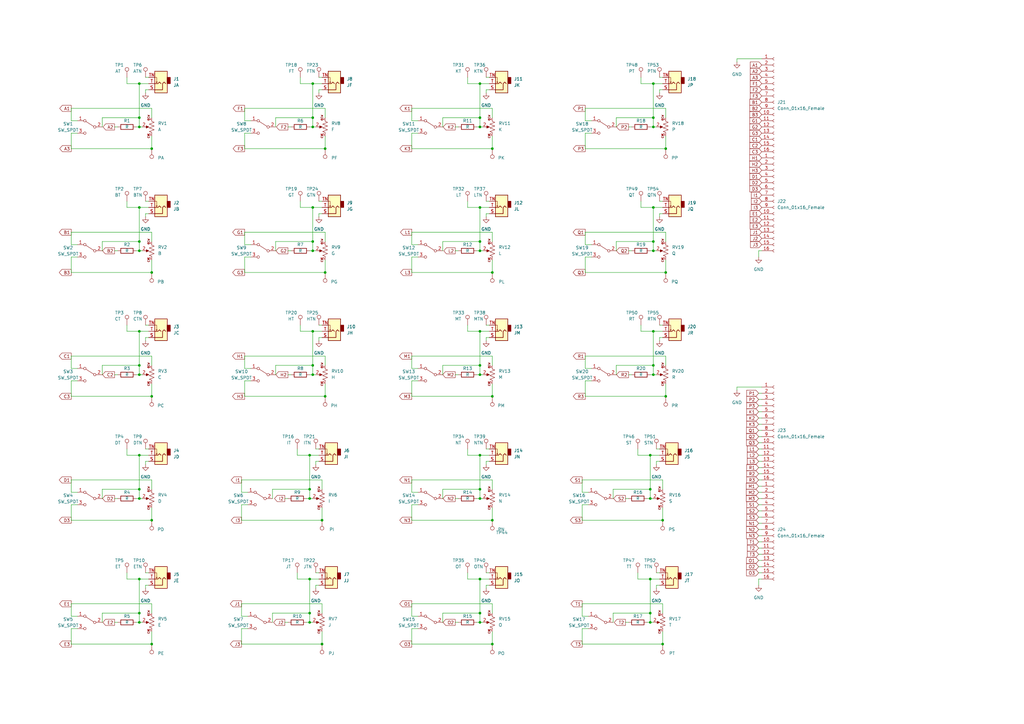
<source format=kicad_sch>
(kicad_sch (version 20211123) (generator eeschema)
  (paper "A3")
  (junction (at 196.85 186.69))
  (junction (at 267.97 85.09))
  (junction (at 196.85 52.07))
  (junction (at 57.15 237.49))
  (junction (at 196.85 48.26))
  (junction (at 57.15 204.47))
  (junction (at 267.97 135.89))
  (junction (at 132.08 213.36))
  (junction (at 128.27 85.09))
  (junction (at 127 186.69))
  (junction (at 128.27 52.07))
  (junction (at 127 255.27))
  (junction (at 273.05 111.76))
  (junction (at 133.35 60.96))
  (junction (at 267.97 102.87))
  (junction (at 201.93 60.96))
  (junction (at 266.7 200.66))
  (junction (at 57.15 251.46))
  (junction (at 127 251.46))
  (junction (at 62.23 213.36))
  (junction (at 201.93 264.16))
  (junction (at 196.85 85.09))
  (junction (at 196.85 255.27))
  (junction (at 128.27 153.67))
  (junction (at 62.23 111.76))
  (junction (at 267.97 52.07))
  (junction (at 266.7 237.49))
  (junction (at 196.85 135.89))
  (junction (at 57.15 149.86))
  (junction (at 128.27 102.87))
  (junction (at 266.7 186.69))
  (junction (at 267.97 48.26))
  (junction (at 57.15 255.27))
  (junction (at 196.85 153.67))
  (junction (at 267.97 153.67))
  (junction (at 57.15 135.89))
  (junction (at 133.35 162.56))
  (junction (at 62.23 60.96))
  (junction (at 57.15 200.66))
  (junction (at 201.93 111.76))
  (junction (at 196.85 102.87))
  (junction (at 127 200.66))
  (junction (at 196.85 200.66))
  (junction (at 62.23 162.56))
  (junction (at 196.85 34.29))
  (junction (at 127 237.49))
  (junction (at 273.05 60.96))
  (junction (at 128.27 48.26))
  (junction (at 57.15 34.29))
  (junction (at 57.15 99.06))
  (junction (at 201.93 162.56))
  (junction (at 267.97 99.06))
  (junction (at 133.35 111.76))
  (junction (at 267.97 34.29))
  (junction (at 273.05 162.56))
  (junction (at 57.15 102.87))
  (junction (at 266.7 251.46))
  (junction (at 196.85 251.46))
  (junction (at 62.23 264.16))
  (junction (at 128.27 149.86))
  (junction (at 127 204.47))
  (junction (at 271.78 213.36))
  (junction (at 271.78 264.16))
  (junction (at 196.85 237.49))
  (junction (at 128.27 34.29))
  (junction (at 267.97 149.86))
  (junction (at 57.15 186.69))
  (junction (at 266.7 255.27))
  (junction (at 201.93 213.36))
  (junction (at 128.27 135.89))
  (junction (at 132.08 264.16))
  (junction (at 266.7 204.47))
  (junction (at 57.15 48.26))
  (junction (at 196.85 99.06))
  (junction (at 196.85 149.86))
  (junction (at 128.27 99.06))
  (junction (at 57.15 153.67))
  (junction (at 57.15 85.09))
  (junction (at 57.15 52.07))
  (junction (at 196.85 204.47))
  (wire (pts (xy 270.51 138.43) (xy 270.51 139.7)))
  (wire (pts (xy 128.27 99.06) (xy 128.27 102.87)))
  (wire (pts (xy 252.73 99.06) (xy 267.97 99.06)))
  (wire (pts (xy 102.87 105.41) (xy 100.33 105.41)))
  (wire (pts (xy 100.33 151.13) (xy 100.33 146.05)))
  (wire (pts (xy 266.7 52.07) (xy 267.97 52.07)))
  (wire (pts (xy 196.85 237.49) (xy 196.85 251.46)))
  (wire (pts (xy 57.15 102.87) (xy 58.42 102.87)))
  (wire (pts (xy 257.81 102.87) (xy 259.08 102.87)))
  (wire (pts (xy 196.85 251.46) (xy 196.85 255.27)))
  (wire (pts (xy 270.51 186.69) (xy 266.7 186.69)))
  (wire (pts (xy 29.21 201.93) (xy 29.21 196.85)))
  (wire (pts (xy 168.91 252.73) (xy 171.45 252.73)))
  (wire (pts (xy 168.91 151.13) (xy 171.45 151.13)))
  (wire (pts (xy 199.39 184.15) (xy 200.66 184.15)))
  (wire (pts (xy 29.21 49.53) (xy 29.21 44.45)))
  (wire (pts (xy 311.15 184.15) (xy 312.42 184.15)))
  (wire (pts (xy 311.15 224.79) (xy 312.42 224.79)))
  (wire (pts (xy 311.15 163.83) (xy 312.42 163.83)))
  (wire (pts (xy 181.61 52.07) (xy 181.61 48.26)))
  (wire (pts (xy 57.15 251.46) (xy 57.15 255.27)))
  (wire (pts (xy 130.81 189.23) (xy 129.54 189.23)))
  (wire (pts (xy 266.7 255.27) (xy 267.97 255.27)))
  (wire (pts (xy 29.21 264.16) (xy 62.23 264.16)))
  (wire (pts (xy 267.97 102.87) (xy 269.24 102.87)))
  (wire (pts (xy 125.73 204.47) (xy 127 204.47)))
  (wire (pts (xy 29.21 111.76) (xy 62.23 111.76)))
  (wire (pts (xy 311.15 102.87) (xy 311.15 105.41)))
  (wire (pts (xy 171.45 257.81) (xy 168.91 257.81)))
  (wire (pts (xy 240.03 60.96) (xy 273.05 60.96)))
  (wire (pts (xy 186.69 52.07) (xy 187.96 52.07)))
  (wire (pts (xy 311.15 179.07) (xy 312.42 179.07)))
  (wire (pts (xy 201.93 60.96) (xy 201.93 55.88)))
  (wire (pts (xy 171.45 54.61) (xy 168.91 54.61)))
  (wire (pts (xy 200.66 36.83) (xy 199.39 36.83)))
  (wire (pts (xy 41.91 52.07) (xy 41.91 48.26)))
  (wire (pts (xy 123.19 135.89) (xy 128.27 135.89)))
  (wire (pts (xy 240.03 95.25) (xy 273.05 95.25)))
  (wire (pts (xy 181.61 149.86) (xy 196.85 149.86)))
  (wire (pts (xy 270.51 237.49) (xy 266.7 237.49)))
  (wire (pts (xy 130.81 138.43) (xy 130.81 139.7)))
  (wire (pts (xy 168.91 95.25) (xy 201.93 95.25)))
  (wire (pts (xy 266.7 200.66) (xy 266.7 204.47)))
  (wire (pts (xy 267.97 149.86) (xy 267.97 153.67)))
  (wire (pts (xy 168.91 264.16) (xy 201.93 264.16)))
  (wire (pts (xy 251.46 204.47) (xy 251.46 200.66)))
  (wire (pts (xy 199.39 31.75) (xy 200.66 31.75)))
  (wire (pts (xy 252.73 153.67) (xy 252.73 149.86)))
  (wire (pts (xy 238.76 201.93) (xy 238.76 196.85)))
  (wire (pts (xy 29.21 207.01) (xy 29.21 213.36)))
  (wire (pts (xy 129.54 189.23) (xy 129.54 190.5)))
  (wire (pts (xy 168.91 105.41) (xy 168.91 111.76)))
  (wire (pts (xy 116.84 255.27) (xy 118.11 255.27)))
  (wire (pts (xy 241.3 257.81) (xy 238.76 257.81)))
  (wire (pts (xy 121.92 237.49) (xy 127 237.49)))
  (wire (pts (xy 181.61 153.67) (xy 181.61 149.86)))
  (wire (pts (xy 256.54 204.47) (xy 257.81 204.47)))
  (wire (pts (xy 133.35 146.05) (xy 133.35 149.86)))
  (wire (pts (xy 311.15 212.09) (xy 312.42 212.09)))
  (wire (pts (xy 62.23 162.56) (xy 62.23 157.48)))
  (wire (pts (xy 29.21 201.93) (xy 31.75 201.93)))
  (wire (pts (xy 57.15 255.27) (xy 58.42 255.27)))
  (wire (pts (xy 133.35 95.25) (xy 133.35 99.06)))
  (wire (pts (xy 29.21 162.56) (xy 62.23 162.56)))
  (wire (pts (xy 113.03 153.67) (xy 113.03 149.86)))
  (wire (pts (xy 132.08 213.36) (xy 132.08 208.28)))
  (wire (pts (xy 113.03 48.26) (xy 128.27 48.26)))
  (wire (pts (xy 41.91 255.27) (xy 41.91 251.46)))
  (wire (pts (xy 311.15 219.71) (xy 312.42 219.71)))
  (wire (pts (xy 62.23 95.25) (xy 62.23 99.06)))
  (wire (pts (xy 181.61 99.06) (xy 196.85 99.06)))
  (wire (pts (xy 60.96 34.29) (xy 57.15 34.29)))
  (wire (pts (xy 168.91 100.33) (xy 168.91 95.25)))
  (wire (pts (xy 252.73 52.07) (xy 252.73 48.26)))
  (wire (pts (xy 168.91 196.85) (xy 201.93 196.85)))
  (wire (pts (xy 241.3 207.01) (xy 238.76 207.01)))
  (wire (pts (xy 271.78 135.89) (xy 267.97 135.89)))
  (wire (pts (xy 60.96 186.69) (xy 57.15 186.69)))
  (wire (pts (xy 201.93 111.76) (xy 201.93 106.68)))
  (wire (pts (xy 59.69 82.55) (xy 60.96 82.55)))
  (wire (pts (xy 168.91 49.53) (xy 168.91 44.45)))
  (wire (pts (xy 57.15 204.47) (xy 58.42 204.47)))
  (wire (pts (xy 57.15 52.07) (xy 58.42 52.07)))
  (wire (pts (xy 238.76 257.81) (xy 238.76 264.16)))
  (wire (pts (xy 261.62 184.15) (xy 261.62 186.69)))
  (wire (pts (xy 311.15 168.91) (xy 312.42 168.91)))
  (wire (pts (xy 273.05 60.96) (xy 273.05 55.88)))
  (wire (pts (xy 181.61 200.66) (xy 196.85 200.66)))
  (wire (pts (xy 132.08 247.65) (xy 132.08 251.46)))
  (wire (pts (xy 127 52.07) (xy 128.27 52.07)))
  (wire (pts (xy 31.75 54.61) (xy 29.21 54.61)))
  (wire (pts (xy 31.75 105.41) (xy 29.21 105.41)))
  (wire (pts (xy 240.03 111.76) (xy 273.05 111.76)))
  (wire (pts (xy 29.21 213.36) (xy 62.23 213.36)))
  (wire (pts (xy 273.05 146.05) (xy 273.05 149.86)))
  (wire (pts (xy 99.06 201.93) (xy 101.6 201.93)))
  (wire (pts (xy 130.81 36.83) (xy 130.81 38.1)))
  (wire (pts (xy 238.76 252.73) (xy 241.3 252.73)))
  (wire (pts (xy 311.15 199.39) (xy 312.42 199.39)))
  (wire (pts (xy 59.69 138.43) (xy 59.69 139.7)))
  (wire (pts (xy 168.91 247.65) (xy 201.93 247.65)))
  (wire (pts (xy 52.07 34.29) (xy 57.15 34.29)))
  (wire (pts (xy 127 251.46) (xy 127 255.27)))
  (wire (pts (xy 29.21 100.33) (xy 29.21 95.25)))
  (wire (pts (xy 269.24 234.95) (xy 270.51 234.95)))
  (wire (pts (xy 129.54 240.03) (xy 129.54 241.3)))
  (wire (pts (xy 181.61 251.46) (xy 196.85 251.46)))
  (wire (pts (xy 196.85 85.09) (xy 196.85 99.06)))
  (wire (pts (xy 113.03 102.87) (xy 113.03 99.06)))
  (wire (pts (xy 242.57 54.61) (xy 240.03 54.61)))
  (wire (pts (xy 262.89 135.89) (xy 267.97 135.89)))
  (wire (pts (xy 52.07 82.55) (xy 52.07 85.09)))
  (wire (pts (xy 262.89 82.55) (xy 262.89 85.09)))
  (wire (pts (xy 311.15 237.49) (xy 311.15 240.03)))
  (wire (pts (xy 59.69 36.83) (xy 59.69 38.1)))
  (wire (pts (xy 60.96 240.03) (xy 59.69 240.03)))
  (wire (pts (xy 59.69 31.75) (xy 60.96 31.75)))
  (wire (pts (xy 266.7 186.69) (xy 266.7 200.66)))
  (wire (pts (xy 196.85 153.67) (xy 198.12 153.67)))
  (wire (pts (xy 240.03 151.13) (xy 242.57 151.13)))
  (wire (pts (xy 238.76 264.16) (xy 271.78 264.16)))
  (wire (pts (xy 29.21 105.41) (xy 29.21 111.76)))
  (wire (pts (xy 273.05 95.25) (xy 273.05 99.06)))
  (wire (pts (xy 199.39 82.55) (xy 200.66 82.55)))
  (wire (pts (xy 270.51 87.63) (xy 270.51 88.9)))
  (wire (pts (xy 201.93 247.65) (xy 201.93 251.46)))
  (wire (pts (xy 100.33 111.76) (xy 133.35 111.76)))
  (wire (pts (xy 46.99 255.27) (xy 48.26 255.27)))
  (wire (pts (xy 29.21 60.96) (xy 62.23 60.96)))
  (wire (pts (xy 200.66 237.49) (xy 196.85 237.49)))
  (wire (pts (xy 201.93 95.25) (xy 201.93 99.06)))
  (wire (pts (xy 186.69 102.87) (xy 187.96 102.87)))
  (wire (pts (xy 200.66 34.29) (xy 196.85 34.29)))
  (wire (pts (xy 240.03 100.33) (xy 242.57 100.33)))
  (wire (pts (xy 130.81 240.03) (xy 129.54 240.03)))
  (wire (pts (xy 129.54 234.95) (xy 130.81 234.95)))
  (wire (pts (xy 55.88 52.07) (xy 57.15 52.07)))
  (wire (pts (xy 57.15 34.29) (xy 57.15 48.26)))
  (wire (pts (xy 311.15 217.17) (xy 312.42 217.17)))
  (wire (pts (xy 240.03 162.56) (xy 273.05 162.56)))
  (wire (pts (xy 31.75 257.81) (xy 29.21 257.81)))
  (wire (pts (xy 59.69 87.63) (xy 59.69 88.9)))
  (wire (pts (xy 121.92 186.69) (xy 127 186.69)))
  (wire (pts (xy 201.93 264.16) (xy 201.93 259.08)))
  (wire (pts (xy 99.06 252.73) (xy 99.06 247.65)))
  (wire (pts (xy 200.66 138.43) (xy 199.39 138.43)))
  (wire (pts (xy 168.91 156.21) (xy 168.91 162.56)))
  (wire (pts (xy 31.75 207.01) (xy 29.21 207.01)))
  (wire (pts (xy 168.91 146.05) (xy 201.93 146.05)))
  (wire (pts (xy 257.81 153.67) (xy 259.08 153.67)))
  (wire (pts (xy 266.7 204.47) (xy 267.97 204.47)))
  (wire (pts (xy 311.15 214.63) (xy 312.42 214.63)))
  (wire (pts (xy 251.46 251.46) (xy 266.7 251.46)))
  (wire (pts (xy 99.06 196.85) (xy 132.08 196.85)))
  (wire (pts (xy 199.39 87.63) (xy 199.39 88.9)))
  (wire (pts (xy 262.89 133.35) (xy 262.89 135.89)))
  (wire (pts (xy 111.76 251.46) (xy 127 251.46)))
  (wire (pts (xy 311.15 232.41) (xy 312.42 232.41)))
  (wire (pts (xy 60.96 237.49) (xy 57.15 237.49)))
  (wire (pts (xy 118.11 153.67) (xy 119.38 153.67)))
  (wire (pts (xy 311.15 166.37) (xy 312.42 166.37)))
  (wire (pts (xy 273.05 44.45) (xy 273.05 48.26)))
  (wire (pts (xy 132.08 138.43) (xy 130.81 138.43)))
  (wire (pts (xy 52.07 31.75) (xy 52.07 34.29)))
  (wire (pts (xy 100.33 49.53) (xy 100.33 44.45)))
  (wire (pts (xy 191.77 133.35) (xy 191.77 135.89)))
  (wire (pts (xy 199.39 133.35) (xy 200.66 133.35)))
  (wire (pts (xy 99.06 252.73) (xy 101.6 252.73)))
  (wire (pts (xy 256.54 255.27) (xy 257.81 255.27)))
  (wire (pts (xy 196.85 255.27) (xy 198.12 255.27)))
  (wire (pts (xy 171.45 156.21) (xy 168.91 156.21)))
  (wire (pts (xy 269.24 240.03) (xy 269.24 241.3)))
  (wire (pts (xy 41.91 153.67) (xy 41.91 149.86)))
  (wire (pts (xy 196.85 200.66) (xy 196.85 204.47)))
  (wire (pts (xy 29.21 257.81) (xy 29.21 264.16)))
  (wire (pts (xy 132.08 87.63) (xy 130.81 87.63)))
  (wire (pts (xy 191.77 82.55) (xy 191.77 85.09)))
  (wire (pts (xy 57.15 99.06) (xy 57.15 102.87)))
  (wire (pts (xy 311.15 181.61) (xy 312.42 181.61)))
  (wire (pts (xy 127 153.67) (xy 128.27 153.67)))
  (wire (pts (xy 29.21 44.45) (xy 62.23 44.45)))
  (wire (pts (xy 311.15 196.85) (xy 312.42 196.85)))
  (wire (pts (xy 100.33 162.56) (xy 133.35 162.56)))
  (wire (pts (xy 312.42 237.49) (xy 311.15 237.49)))
  (wire (pts (xy 99.06 247.65) (xy 132.08 247.65)))
  (wire (pts (xy 196.85 149.86) (xy 196.85 153.67)))
  (wire (pts (xy 240.03 54.61) (xy 240.03 60.96)))
  (wire (pts (xy 312.42 102.87) (xy 311.15 102.87)))
  (wire (pts (xy 168.91 252.73) (xy 168.91 247.65)))
  (wire (pts (xy 267.97 85.09) (xy 267.97 99.06)))
  (wire (pts (xy 57.15 237.49) (xy 57.15 251.46)))
  (wire (pts (xy 125.73 255.27) (xy 127 255.27)))
  (wire (pts (xy 271.78 34.29) (xy 267.97 34.29)))
  (wire (pts (xy 271.78 247.65) (xy 271.78 251.46)))
  (wire (pts (xy 201.93 146.05) (xy 201.93 149.86)))
  (wire (pts (xy 62.23 60.96) (xy 62.23 55.88)))
  (wire (pts (xy 62.23 111.76) (xy 62.23 106.68)))
  (wire (pts (xy 168.91 201.93) (xy 171.45 201.93)))
  (wire (pts (xy 52.07 133.35) (xy 52.07 135.89)))
  (wire (pts (xy 200.66 87.63) (xy 199.39 87.63)))
  (wire (pts (xy 57.15 149.86) (xy 57.15 153.67)))
  (wire (pts (xy 29.21 151.13) (xy 29.21 146.05)))
  (wire (pts (xy 262.89 34.29) (xy 267.97 34.29)))
  (wire (pts (xy 57.15 135.89) (xy 57.15 149.86)))
  (wire (pts (xy 113.03 52.07) (xy 113.03 48.26)))
  (wire (pts (xy 127 186.69) (xy 127 200.66)))
  (wire (pts (xy 133.35 111.76) (xy 133.35 106.68)))
  (wire (pts (xy 240.03 156.21) (xy 240.03 162.56)))
  (wire (pts (xy 168.91 60.96) (xy 201.93 60.96)))
  (wire (pts (xy 133.35 60.96) (xy 133.35 55.88)))
  (wire (pts (xy 52.07 234.95) (xy 52.07 237.49)))
  (wire (pts (xy 267.97 34.29) (xy 267.97 48.26)))
  (wire (pts (xy 52.07 186.69) (xy 57.15 186.69)))
  (wire (pts (xy 29.21 247.65) (xy 62.23 247.65)))
  (wire (pts (xy 59.69 184.15) (xy 60.96 184.15)))
  (wire (pts (xy 196.85 48.26) (xy 196.85 52.07)))
  (wire (pts (xy 311.15 227.33) (xy 312.42 227.33)))
  (wire (pts (xy 266.7 237.49) (xy 266.7 251.46)))
  (wire (pts (xy 200.66 186.69) (xy 196.85 186.69)))
  (wire (pts (xy 238.76 247.65) (xy 271.78 247.65)))
  (wire (pts (xy 267.97 48.26) (xy 267.97 52.07)))
  (wire (pts (xy 101.6 257.81) (xy 99.06 257.81)))
  (wire (pts (xy 168.91 111.76) (xy 201.93 111.76)))
  (wire (pts (xy 102.87 54.61) (xy 100.33 54.61)))
  (wire (pts (xy 62.23 44.45) (xy 62.23 48.26)))
  (wire (pts (xy 199.39 240.03) (xy 199.39 241.3)))
  (wire (pts (xy 29.21 252.73) (xy 29.21 247.65)))
  (wire (pts (xy 46.99 102.87) (xy 48.26 102.87)))
  (wire (pts (xy 181.61 255.27) (xy 181.61 251.46)))
  (wire (pts (xy 257.81 52.07) (xy 259.08 52.07)))
  (wire (pts (xy 52.07 237.49) (xy 57.15 237.49)))
  (wire (pts (xy 29.21 196.85) (xy 62.23 196.85)))
  (wire (pts (xy 311.15 186.69) (xy 312.42 186.69)))
  (wire (pts (xy 57.15 85.09) (xy 57.15 99.06)))
  (wire (pts (xy 121.92 184.15) (xy 121.92 186.69)))
  (wire (pts (xy 130.81 133.35) (xy 132.08 133.35)))
  (wire (pts (xy 261.62 186.69) (xy 266.7 186.69)))
  (wire (pts (xy 312.42 158.75) (xy 302.26 158.75)))
  (wire (pts (xy 111.76 204.47) (xy 111.76 200.66)))
  (wire (pts (xy 168.91 207.01) (xy 168.91 213.36)))
  (wire (pts (xy 270.51 133.35) (xy 271.78 133.35)))
  (wire (pts (xy 29.21 146.05) (xy 62.23 146.05)))
  (wire (pts (xy 270.51 36.83) (xy 270.51 38.1)))
  (wire (pts (xy 123.19 85.09) (xy 128.27 85.09)))
  (wire (pts (xy 132.08 36.83) (xy 130.81 36.83)))
  (wire (pts (xy 128.27 34.29) (xy 128.27 48.26)))
  (wire (pts (xy 311.15 171.45) (xy 312.42 171.45)))
  (wire (pts (xy 128.27 135.89) (xy 128.27 149.86)))
  (wire (pts (xy 132.08 135.89) (xy 128.27 135.89)))
  (wire (pts (xy 266.7 251.46) (xy 266.7 255.27)))
  (wire (pts (xy 199.39 138.43) (xy 199.39 139.7)))
  (wire (pts (xy 266.7 153.67) (xy 267.97 153.67)))
  (wire (pts (xy 271.78 264.16) (xy 271.78 259.08)))
  (wire (pts (xy 267.97 99.06) (xy 267.97 102.87)))
  (wire (pts (xy 59.69 133.35) (xy 60.96 133.35)))
  (wire (pts (xy 60.96 189.23) (xy 59.69 189.23)))
  (wire (pts (xy 62.23 264.16) (xy 62.23 259.08)))
  (wire (pts (xy 59.69 189.23) (xy 59.69 190.5)))
  (wire (pts (xy 181.61 204.47) (xy 181.61 200.66)))
  (wire (pts (xy 271.78 196.85) (xy 271.78 200.66)))
  (wire (pts (xy 168.91 201.93) (xy 168.91 196.85)))
  (wire (pts (xy 201.93 162.56) (xy 201.93 157.48)))
  (wire (pts (xy 240.03 151.13) (xy 240.03 146.05)))
  (wire (pts (xy 60.96 36.83) (xy 59.69 36.83)))
  (wire (pts (xy 199.39 189.23) (xy 199.39 190.5)))
  (wire (pts (xy 62.23 196.85) (xy 62.23 200.66)))
  (wire (pts (xy 312.42 24.13) (xy 302.26 24.13)))
  (wire (pts (xy 128.27 52.07) (xy 129.54 52.07)))
  (wire (pts (xy 266.7 102.87) (xy 267.97 102.87)))
  (wire (pts (xy 302.26 158.75) (xy 302.26 160.02)))
  (wire (pts (xy 311.15 191.77) (xy 312.42 191.77)))
  (wire (pts (xy 240.03 49.53) (xy 242.57 49.53)))
  (wire (pts (xy 41.91 204.47) (xy 41.91 200.66)))
  (wire (pts (xy 265.43 204.47) (xy 266.7 204.47)))
  (wire (pts (xy 62.23 247.65) (xy 62.23 251.46)))
  (wire (pts (xy 29.21 54.61) (xy 29.21 60.96)))
  (wire (pts (xy 242.57 105.41) (xy 240.03 105.41)))
  (wire (pts (xy 238.76 213.36) (xy 271.78 213.36)))
  (wire (pts (xy 57.15 200.66) (xy 57.15 204.47)))
  (wire (pts (xy 311.15 222.25) (xy 312.42 222.25)))
  (wire (pts (xy 127 237.49) (xy 127 251.46)))
  (wire (pts (xy 102.87 156.21) (xy 100.33 156.21)))
  (wire (pts (xy 269.24 189.23) (xy 269.24 190.5)))
  (wire (pts (xy 196.85 135.89) (xy 196.85 149.86)))
  (wire (pts (xy 191.77 186.69) (xy 196.85 186.69)))
  (wire (pts (xy 60.96 87.63) (xy 59.69 87.63)))
  (wire (pts (xy 129.54 184.15) (xy 130.81 184.15)))
  (wire (pts (xy 41.91 149.86) (xy 57.15 149.86)))
  (wire (pts (xy 200.66 135.89) (xy 196.85 135.89)))
  (wire (pts (xy 55.88 153.67) (xy 57.15 153.67)))
  (wire (pts (xy 199.39 36.83) (xy 199.39 38.1)))
  (wire (pts (xy 311.15 207.01) (xy 312.42 207.01)))
  (wire (pts (xy 267.97 135.89) (xy 267.97 149.86)))
  (wire (pts (xy 57.15 153.67) (xy 58.42 153.67)))
  (wire (pts (xy 191.77 85.09) (xy 196.85 85.09)))
  (wire (pts (xy 60.96 135.89) (xy 57.15 135.89)))
  (wire (pts (xy 311.15 204.47) (xy 312.42 204.47)))
  (wire (pts (xy 311.15 176.53) (xy 312.42 176.53)))
  (wire (pts (xy 99.06 207.01) (xy 99.06 213.36)))
  (wire (pts (xy 118.11 52.07) (xy 119.38 52.07)))
  (wire (pts (xy 52.07 184.15) (xy 52.07 186.69)))
  (wire (pts (xy 271.78 36.83) (xy 270.51 36.83)))
  (wire (pts (xy 191.77 31.75) (xy 191.77 34.29)))
  (wire (pts (xy 186.69 204.47) (xy 187.96 204.47)))
  (wire (pts (xy 238.76 252.73) (xy 238.76 247.65)))
  (wire (pts (xy 99.06 201.93) (xy 99.06 196.85)))
  (wire (pts (xy 200.66 240.03) (xy 199.39 240.03)))
  (wire (pts (xy 100.33 49.53) (xy 102.87 49.53)))
  (wire (pts (xy 60.96 138.43) (xy 59.69 138.43)))
  (wire (pts (xy 29.21 100.33) (xy 31.75 100.33)))
  (wire (pts (xy 191.77 237.49) (xy 196.85 237.49)))
  (wire (pts (xy 29.21 49.53) (xy 31.75 49.53)))
  (wire (pts (xy 100.33 100.33) (xy 100.33 95.25)))
  (wire (pts (xy 261.62 234.95) (xy 261.62 237.49)))
  (wire (pts (xy 55.88 102.87) (xy 57.15 102.87)))
  (wire (pts (xy 127 200.66) (xy 127 204.47)))
  (wire (pts (xy 127 102.87) (xy 128.27 102.87)))
  (wire (pts (xy 118.11 102.87) (xy 119.38 102.87)))
  (wire (pts (xy 191.77 34.29) (xy 196.85 34.29)))
  (wire (pts (xy 130.81 186.69) (xy 127 186.69)))
  (wire (pts (xy 132.08 85.09) (xy 128.27 85.09)))
  (wire (pts (xy 168.91 100.33) (xy 171.45 100.33)))
  (wire (pts (xy 46.99 204.47) (xy 48.26 204.47)))
  (wire (pts (xy 100.33 105.41) (xy 100.33 111.76)))
  (wire (pts (xy 265.43 255.27) (xy 266.7 255.27)))
  (wire (pts (xy 199.39 234.95) (xy 200.66 234.95)))
  (wire (pts (xy 116.84 204.47) (xy 118.11 204.47)))
  (wire (pts (xy 62.23 146.05) (xy 62.23 149.86)))
  (wire (pts (xy 262.89 85.09) (xy 267.97 85.09)))
  (wire (pts (xy 59.69 234.95) (xy 60.96 234.95)))
  (wire (pts (xy 123.19 133.35) (xy 123.19 135.89)))
  (wire (pts (xy 302.26 24.13) (xy 302.26 25.4)))
  (wire (pts (xy 46.99 153.67) (xy 48.26 153.67)))
  (wire (pts (xy 128.27 153.67) (xy 129.54 153.67)))
  (wire (pts (xy 123.19 31.75) (xy 123.19 34.29)))
  (wire (pts (xy 132.08 34.29) (xy 128.27 34.29)))
  (wire (pts (xy 123.19 82.55) (xy 123.19 85.09)))
  (wire (pts (xy 130.81 82.55) (xy 132.08 82.55)))
  (wire (pts (xy 55.88 204.47) (xy 57.15 204.47)))
  (wire (pts (xy 311.15 189.23) (xy 312.42 189.23)))
  (wire (pts (xy 168.91 257.81) (xy 168.91 264.16)))
  (wire (pts (xy 113.03 99.06) (xy 128.27 99.06)))
  (wire (pts (xy 168.91 151.13) (xy 168.91 146.05)))
  (wire (pts (xy 270.51 82.55) (xy 271.78 82.55)))
  (wire (pts (xy 252.73 149.86) (xy 267.97 149.86)))
  (wire (pts (xy 196.85 102.87) (xy 198.12 102.87)))
  (wire (pts (xy 252.73 102.87) (xy 252.73 99.06)))
  (wire (pts (xy 132.08 264.16) (xy 132.08 259.08)))
  (wire (pts (xy 31.75 156.21) (xy 29.21 156.21)))
  (wire (pts (xy 41.91 48.26) (xy 57.15 48.26)))
  (wire (pts (xy 171.45 105.41) (xy 168.91 105.41)))
  (wire (pts (xy 267.97 153.67) (xy 269.24 153.67)))
  (wire (pts (xy 181.61 102.87) (xy 181.61 99.06)))
  (wire (pts (xy 29.21 151.13) (xy 31.75 151.13)))
  (wire (pts (xy 101.6 207.01) (xy 99.06 207.01)))
  (wire (pts (xy 128.27 48.26) (xy 128.27 52.07)))
  (wire (pts (xy 271.78 138.43) (xy 270.51 138.43)))
  (wire (pts (xy 127 204.47) (xy 128.27 204.47)))
  (wire (pts (xy 186.69 153.67) (xy 187.96 153.67)))
  (wire (pts (xy 196.85 34.29) (xy 196.85 48.26)))
  (wire (pts (xy 52.07 135.89) (xy 57.15 135.89)))
  (wire (pts (xy 186.69 255.27) (xy 187.96 255.27)))
  (wire (pts (xy 240.03 49.53) (xy 240.03 44.45)))
  (wire (pts (xy 195.58 204.47) (xy 196.85 204.47)))
  (wire (pts (xy 191.77 234.95) (xy 191.77 237.49)))
  (wire (pts (xy 59.69 240.03) (xy 59.69 241.3)))
  (wire (pts (xy 273.05 162.56) (xy 273.05 157.48)))
  (wire (pts (xy 46.99 52.07) (xy 48.26 52.07)))
  (wire (pts (xy 168.91 44.45) (xy 201.93 44.45)))
  (wire (pts (xy 113.03 149.86) (xy 128.27 149.86)))
  (wire (pts (xy 195.58 255.27) (xy 196.85 255.27)))
  (wire (pts (xy 238.76 201.93) (xy 241.3 201.93)))
  (wire (pts (xy 100.33 146.05) (xy 133.35 146.05)))
  (wire (pts (xy 128.27 85.09) (xy 128.27 99.06)))
  (wire (pts (xy 238.76 196.85) (xy 271.78 196.85)))
  (wire (pts (xy 168.91 54.61) (xy 168.91 60.96)))
  (wire (pts (xy 201.93 44.45) (xy 201.93 48.26)))
  (wire (pts (xy 252.73 48.26) (xy 267.97 48.26)))
  (wire (pts (xy 55.88 255.27) (xy 57.15 255.27)))
  (wire (pts (xy 100.33 60.96) (xy 133.35 60.96)))
  (wire (pts (xy 311.15 229.87) (xy 312.42 229.87)))
  (wire (pts (xy 171.45 207.01) (xy 168.91 207.01)))
  (wire (pts (xy 191.77 135.89) (xy 196.85 135.89)))
  (wire (pts (xy 130.81 87.63) (xy 130.81 88.9)))
  (wire (pts (xy 196.85 99.06) (xy 196.85 102.87)))
  (wire (pts (xy 271.78 213.36) (xy 271.78 208.28)))
  (wire (pts (xy 57.15 48.26) (xy 57.15 52.07)))
  (wire (pts (xy 111.76 200.66) (xy 127 200.66)))
  (wire (pts (xy 240.03 44.45) (xy 273.05 44.45)))
  (wire (pts (xy 99.06 264.16) (xy 132.08 264.16)))
  (wire (pts (xy 242.57 156.21) (xy 240.03 156.21)))
  (wire (pts (xy 99.06 257.81) (xy 99.06 264.16)))
  (wire (pts (xy 311.15 234.95) (xy 312.42 234.95)))
  (wire (pts (xy 168.91 49.53) (xy 171.45 49.53)))
  (wire (pts (xy 100.33 151.13) (xy 102.87 151.13)))
  (wire (pts (xy 52.07 85.09) (xy 57.15 85.09)))
  (wire (pts (xy 29.21 95.25) (xy 62.23 95.25)))
  (wire (pts (xy 262.89 31.75) (xy 262.89 34.29)))
  (wire (pts (xy 41.91 251.46) (xy 57.15 251.46)))
  (wire (pts (xy 240.03 105.41) (xy 240.03 111.76)))
  (wire (pts (xy 311.15 194.31) (xy 312.42 194.31)))
  (wire (pts (xy 201.93 213.36) (xy 201.93 208.28)))
  (wire (pts (xy 261.62 237.49) (xy 266.7 237.49)))
  (wire (pts (xy 99.06 213.36) (xy 132.08 213.36)))
  (wire (pts (xy 311.15 161.29) (xy 312.42 161.29)))
  (wire (pts (xy 100.33 54.61) (xy 100.33 60.96)))
  (wire (pts (xy 311.15 209.55) (xy 312.42 209.55)))
  (wire (pts (xy 41.91 99.06) (xy 57.15 99.06)))
  (wire (pts (xy 111.76 255.27) (xy 111.76 251.46)))
  (wire (pts (xy 200.66 85.09) (xy 196.85 85.09)))
  (wire (pts (xy 168.91 213.36) (xy 201.93 213.36)))
  (wire (pts (xy 181.61 48.26) (xy 196.85 48.26)))
  (wire (pts (xy 128.27 102.87) (xy 129.54 102.87)))
  (wire (pts (xy 195.58 102.87) (xy 196.85 102.87)))
  (wire (pts (xy 251.46 255.27) (xy 251.46 251.46)))
  (wire (pts (xy 41.91 102.87) (xy 41.91 99.06)))
  (wire (pts (xy 29.21 252.73) (xy 31.75 252.73)))
  (wire (pts (xy 100.33 100.33) (xy 102.87 100.33)))
  (wire (pts (xy 127 255.27) (xy 128.27 255.27)))
  (wire (pts (xy 269.24 184.15) (xy 270.51 184.15)))
  (wire (pts (xy 133.35 162.56) (xy 133.35 157.48)))
  (wire (pts (xy 100.33 95.25) (xy 133.35 95.25)))
  (wire (pts (xy 130.81 31.75) (xy 132.08 31.75)))
  (wire (pts (xy 267.97 52.07) (xy 269.24 52.07)))
  (wire (pts (xy 240.03 100.33) (xy 240.03 95.25)))
  (wire (pts (xy 41.91 200.66) (xy 57.15 200.66)))
  (wire (pts (xy 195.58 52.07) (xy 196.85 52.07)))
  (wire (pts (xy 196.85 52.07) (xy 198.12 52.07)))
  (wire (pts (xy 311.15 201.93) (xy 312.42 201.93)))
  (wire (pts (xy 270.51 240.03) (xy 269.24 240.03)))
  (wire (pts (xy 168.91 162.56) (xy 201.93 162.56)))
  (wire (pts (xy 195.58 153.67) (xy 196.85 153.67)))
  (wire (pts (xy 196.85 186.69) (xy 196.85 200.66)))
  (wire (pts (xy 270.51 189.23) (xy 269.24 189.23)))
  (wire (pts (xy 128.27 149.86) (xy 128.27 153.67)))
  (wire (pts (xy 130.81 237.49) (xy 127 237.49)))
  (wire (pts (xy 100.33 156.21) (xy 100.33 162.56)))
  (wire (pts (xy 270.51 31.75) (xy 271.78 31.75)))
  (wire (pts (xy 60.96 85.09) (xy 57.15 85.09)))
  (wire (pts (xy 271.78 85.09) (xy 267.97 85.09)))
  (wire (pts (xy 62.23 213.36) (xy 62.23 208.28)))
  (wire (pts (xy 311.15 173.99) (xy 312.42 173.99)))
  (wire (pts (xy 238.76 207.01) (xy 238.76 213.36)))
  (wire (pts (xy 196.85 204.47) (xy 198.12 204.47)))
  (wire (pts (xy 121.92 234.95) (xy 121.92 237.49)))
  (wire (pts (xy 201.93 196.85) (xy 201.93 200.66)))
  (wire (pts (xy 29.21 156.21) (xy 29.21 162.56)))
  (wire (pts (xy 123.19 34.29) (xy 128.27 34.29)))
  (wire (pts (xy 191.77 184.15) (xy 191.77 186.69)))
  (wire (pts (xy 57.15 186.69) (xy 57.15 200.66)))
  (wire (pts (xy 240.03 146.05) (xy 273.05 146.05)))
  (wire (pts (xy 271.78 87.63) (xy 270.51 87.63)))
  (wire (pts (xy 200.66 189.23) (xy 199.39 189.23)))
  (wire (pts (xy 273.05 111.76) (xy 273.05 106.68)))
  (wire (pts (xy 100.33 44.45) (xy 133.35 44.45)))
  (wire (pts (xy 133.35 44.45) (xy 133.35 48.26)))
  (wire (pts (xy 132.08 196.85) (xy 132.08 200.66)))
  (wire (pts (xy 251.46 200.66) (xy 266.7 200.66)))
  (global_label "L1" (shape input) (at 311.15 184.15 180) (property "Intersheet References" "${INTERSHEET_REFS}" (effects hide)))
  (global_label "Q1" (shape output) (at 240.03 95.25 180) (property "Intersheet References" "${INTERSHEET_REFS}" (effects hide)))
  (global_label "A1" (shape output) (at 29.21 44.45 180) (property "Intersheet References" "${INTERSHEET_REFS}" (effects hide)))
  (global_label "I1" (shape input) (at 312.42 80.01 180) (property "Intersheet References" "${INTERSHEET_REFS}" (effects hide)))
  (global_label "G2" (shape input) (at 312.42 52.07 180) (property "Intersheet References" "${INTERSHEET_REFS}" (effects hide)))
  (global_label "M1" (shape output) (at 168.91 146.05 180) (property "Intersheet References" "${INTERSHEET_REFS}" (effects hide)))
  (global_label "B2" (shape output) (at 46.99 102.87 180) (property "Intersheet References" "${INTERSHEET_REFS}" (effects hide)))
  (global_label "Q1" (shape input) (at 311.15 176.53 180) (property "Intersheet References" "${INTERSHEET_REFS}" (effects hide)))
  (global_label "B3" (shape output) (at 29.21 111.76 180) (property "Intersheet References" "${INTERSHEET_REFS}" (effects hide)))
  (global_label "G3" (shape input) (at 312.42 54.61 180) (property "Intersheet References" "${INTERSHEET_REFS}" (effects hide)))
  (global_label "N1" (shape input) (at 311.15 214.63 180) (property "Intersheet References" "${INTERSHEET_REFS}" (effects hide)))
  (global_label "S2" (shape input) (at 311.15 209.55 180) (property "Intersheet References" "${INTERSHEET_REFS}" (effects hide)))
  (global_label "D1" (shape input) (at 312.42 72.39 180) (property "Intersheet References" "${INTERSHEET_REFS}" (effects hide)))
  (global_label "C2" (shape input) (at 312.42 59.69 180) (property "Intersheet References" "${INTERSHEET_REFS}" (effects hide)))
  (global_label "H2" (shape input) (at 312.42 67.31 180) (property "Intersheet References" "${INTERSHEET_REFS}" (effects hide)))
  (global_label "Q2" (shape output) (at 257.81 102.87 180) (property "Intersheet References" "${INTERSHEET_REFS}" (effects hide)))
  (global_label "K3" (shape output) (at 168.91 60.96 180) (property "Intersheet References" "${INTERSHEET_REFS}" (effects hide)))
  (global_label "J3" (shape output) (at 99.06 264.16 180) (property "Intersheet References" "${INTERSHEET_REFS}" (effects hide)))
  (global_label "C1" (shape output) (at 29.21 146.05 180) (property "Intersheet References" "${INTERSHEET_REFS}" (effects hide)))
  (global_label "T2" (shape output) (at 256.54 255.27 180) (property "Intersheet References" "${INTERSHEET_REFS}" (effects hide)))
  (global_label "R2" (shape input) (at 311.15 194.31 180) (property "Intersheet References" "${INTERSHEET_REFS}" (effects hide)))
  (global_label "C3" (shape output) (at 29.21 162.56 180) (property "Intersheet References" "${INTERSHEET_REFS}" (effects hide)))
  (global_label "D3" (shape input) (at 312.42 77.47 180) (property "Intersheet References" "${INTERSHEET_REFS}" (effects hide)))
  (global_label "H1" (shape output) (at 100.33 146.05 180) (property "Intersheet References" "${INTERSHEET_REFS}" (effects hide)))
  (global_label "S3" (shape input) (at 311.15 212.09 180) (property "Intersheet References" "${INTERSHEET_REFS}" (effects hide)))
  (global_label "D2" (shape input) (at 312.42 74.93 180) (property "Intersheet References" "${INTERSHEET_REFS}" (effects hide)))
  (global_label "Q3" (shape input) (at 311.15 181.61 180) (property "Intersheet References" "${INTERSHEET_REFS}" (effects hide)))
  (global_label "S1" (shape input) (at 311.15 207.01 180) (property "Intersheet References" "${INTERSHEET_REFS}" (effects hide)))
  (global_label "F2" (shape output) (at 118.11 52.07 180) (property "Intersheet References" "${INTERSHEET_REFS}" (effects hide)))
  (global_label "E1" (shape input) (at 312.42 87.63 180) (property "Intersheet References" "${INTERSHEET_REFS}" (effects hide)))
  (global_label "M1" (shape input) (at 311.15 199.39 180) (property "Intersheet References" "${INTERSHEET_REFS}" (effects hide)))
  (global_label "P3" (shape output) (at 240.03 60.96 180) (property "Intersheet References" "${INTERSHEET_REFS}" (effects hide)))
  (global_label "D3" (shape output) (at 29.21 213.36 180) (property "Intersheet References" "${INTERSHEET_REFS}" (effects hide)))
  (global_label "D2" (shape output) (at 46.99 204.47 180) (property "Intersheet References" "${INTERSHEET_REFS}" (effects hide)))
  (global_label "B2" (shape input) (at 312.42 44.45 180) (property "Intersheet References" "${INTERSHEET_REFS}" (effects hide)))
  (global_label "E3" (shape output) (at 29.21 264.16 180) (property "Intersheet References" "${INTERSHEET_REFS}" (effects hide)))
  (global_label "A2" (shape output) (at 46.99 52.07 180) (property "Intersheet References" "${INTERSHEET_REFS}" (effects hide)))
  (global_label "P1" (shape input) (at 311.15 161.29 180) (property "Intersheet References" "${INTERSHEET_REFS}" (effects hide)))
  (global_label "T1" (shape output) (at 238.76 247.65 180) (property "Intersheet References" "${INTERSHEET_REFS}" (effects hide)))
  (global_label "L1" (shape output) (at 168.91 95.25 180) (property "Intersheet References" "${INTERSHEET_REFS}" (effects hide)))
  (global_label "M3" (shape input) (at 311.15 204.47 180) (property "Intersheet References" "${INTERSHEET_REFS}" (effects hide)))
  (global_label "T2" (shape input) (at 311.15 224.79 180) (property "Intersheet References" "${INTERSHEET_REFS}" (effects hide)))
  (global_label "S3" (shape output) (at 238.76 213.36 180) (property "Intersheet References" "${INTERSHEET_REFS}" (effects hide)))
  (global_label "A3" (shape output) (at 29.21 60.96 180) (property "Intersheet References" "${INTERSHEET_REFS}" (effects hide)))
  (global_label "I3" (shape input) (at 312.42 85.09 180) (property "Intersheet References" "${INTERSHEET_REFS}" (effects hide)))
  (global_label "H1" (shape input) (at 312.42 64.77 180) (property "Intersheet References" "${INTERSHEET_REFS}" (effects hide)))
  (global_label "L2" (shape input) (at 311.15 186.69 180) (property "Intersheet References" "${INTERSHEET_REFS}" (effects hide)))
  (global_label "G1" (shape input) (at 312.42 49.53 180) (property "Intersheet References" "${INTERSHEET_REFS}" (effects hide)))
  (global_label "I1" (shape output) (at 99.06 196.85 180) (property "Intersheet References" "${INTERSHEET_REFS}" (effects hide)))
  (global_label "O2" (shape input) (at 311.15 232.41 180) (property "Intersheet References" "${INTERSHEET_REFS}" (effects hide)))
  (global_label "F1" (shape input) (at 312.42 34.29 180) (property "Intersheet References" "${INTERSHEET_REFS}" (effects hide)))
  (global_label "L2" (shape output) (at 186.69 102.87 180) (property "Intersheet References" "${INTERSHEET_REFS}" (effects hide)))
  (global_label "L3" (shape input) (at 311.15 189.23 180) (property "Intersheet References" "${INTERSHEET_REFS}" (effects hide)))
  (global_label "E2" (shape input) (at 312.42 90.17 180) (property "Intersheet References" "${INTERSHEET_REFS}" (effects hide)))
  (global_label "B1" (shape input) (at 312.42 41.91 180) (property "Intersheet References" "${INTERSHEET_REFS}" (effects hide)))
  (global_label "N3" (shape output) (at 168.91 213.36 180) (property "Intersheet References" "${INTERSHEET_REFS}" (effects hide)))
  (global_label "T1" (shape input) (at 311.15 222.25 180) (property "Intersheet References" "${INTERSHEET_REFS}" (effects hide)))
  (global_label "A3" (shape input) (at 312.42 31.75 180) (property "Intersheet References" "${INTERSHEET_REFS}" (effects hide)))
  (global_label "B1" (shape output) (at 29.21 95.25 180) (property "Intersheet References" "${INTERSHEET_REFS}" (effects hide)))
  (global_label "A1" (shape input) (at 312.42 26.67 180) (property "Intersheet References" "${INTERSHEET_REFS}" (effects hide)))
  (global_label "C2" (shape output) (at 46.99 153.67 180) (property "Intersheet References" "${INTERSHEET_REFS}" (effects hide)))
  (global_label "O3" (shape output) (at 168.91 264.16 180) (property "Intersheet References" "${INTERSHEET_REFS}" (effects hide)))
  (global_label "O2" (shape output) (at 186.69 255.27 180) (property "Intersheet References" "${INTERSHEET_REFS}" (effects hide)))
  (global_label "E2" (shape output) (at 46.99 255.27 180) (property "Intersheet References" "${INTERSHEET_REFS}" (effects hide)))
  (global_label "A2" (shape input) (at 312.42 29.21 180) (property "Intersheet References" "${INTERSHEET_REFS}" (effects hide)))
  (global_label "I2" (shape input) (at 312.42 82.55 180) (property "Intersheet References" "${INTERSHEET_REFS}" (effects hide)))
  (global_label "R2" (shape output) (at 257.81 153.67 180) (property "Intersheet References" "${INTERSHEET_REFS}" (effects hide)))
  (global_label "E3" (shape input) (at 312.42 92.71 180) (property "Intersheet References" "${INTERSHEET_REFS}" (effects hide)))
  (global_label "H3" (shape output) (at 100.33 162.56 180) (property "Intersheet References" "${INTERSHEET_REFS}" (effects hide)))
  (global_label "O3" (shape input) (at 311.15 234.95 180) (property "Intersheet References" "${INTERSHEET_REFS}" (effects hide)))
  (global_label "K1" (shape output) (at 168.91 44.45 180) (property "Intersheet References" "${INTERSHEET_REFS}" (effects hide)))
  (global_label "I2" (shape output) (at 116.84 204.47 180) (property "Intersheet References" "${INTERSHEET_REFS}" (effects hide)))
  (global_label "H2" (shape output) (at 118.11 153.67 180) (property "Intersheet References" "${INTERSHEET_REFS}" (effects hide)))
  (global_label "O1" (shape input) (at 311.15 229.87 180) (property "Intersheet References" "${INTERSHEET_REFS}" (effects hide)))
  (global_label "P3" (shape input) (at 311.15 166.37 180) (property "Intersheet References" "${INTERSHEET_REFS}" (effects hide)))
  (global_label "J1" (shape input) (at 312.42 95.25 180) (property "Intersheet References" "${INTERSHEET_REFS}" (effects hide)))
  (global_label "G1" (shape output) (at 100.33 95.25 180) (property "Intersheet References" "${INTERSHEET_REFS}" (effects hide)))
  (global_label "P1" (shape output) (at 240.03 44.45 180) (property "Intersheet References" "${INTERSHEET_REFS}" (effects hide)))
  (global_label "K2" (shape input) (at 311.15 171.45 180) (property "Intersheet References" "${INTERSHEET_REFS}" (effects hide)))
  (global_label "M2" (shape output) (at 186.69 153.67 180) (property "Intersheet References" "${INTERSHEET_REFS}" (effects hide)))
  (global_label "S2" (shape output) (at 256.54 204.47 180) (property "Intersheet References" "${INTERSHEET_REFS}" (effects hide)))
  (global_label "N2" (shape input) (at 311.15 217.17 180) (property "Intersheet References" "${INTERSHEET_REFS}" (effects hide)))
  (global_label "F3" (shape input) (at 312.42 39.37 180) (property "Intersheet References" "${INTERSHEET_REFS}" (effects hide)))
  (global_label "D1" (shape output) (at 29.21 196.85 180) (property "Intersheet References" "${INTERSHEET_REFS}" (effects hide)))
  (global_label "G2" (shape output) (at 118.11 102.87 180) (property "Intersheet References" "${INTERSHEET_REFS}" (effects hide)))
  (global_label "S1" (shape output) (at 238.76 196.85 180) (property "Intersheet References" "${INTERSHEET_REFS}" (effects hide)))
  (global_label "N3" (shape input) (at 311.15 219.71 180) (property "Intersheet References" "${INTERSHEET_REFS}" (effects hide)))
  (global_label "P2" (shape input) (at 311.15 163.83 180) (property "Intersheet References" "${INTERSHEET_REFS}" (effects hide)))
  (global_label "R1" (shape input) (at 311.15 191.77 180) (property "Intersheet References" "${INTERSHEET_REFS}" (effects hide)))
  (global_label "O1" (shape output) (at 168.91 247.65 180) (property "Intersheet References" "${INTERSHEET_REFS}" (effects hide)))
  (global_label "J1" (shape output) (at 99.06 247.65 180) (property "Intersheet References" "${INTERSHEET_REFS}" (effects hide)))
  (global_label "F3" (shape output) (at 100.33 60.96 180) (property "Intersheet References" "${INTERSHEET_REFS}" (effects hide)))
  (global_label "F1" (shape output) (at 100.33 44.45 180) (property "Intersheet References" "${INTERSHEET_REFS}" (effects hide)))
  (global_label "C3" (shape input) (at 312.42 62.23 180) (property "Intersheet References" "${INTERSHEET_REFS}" (effects hide)))
  (global_label "J3" (shape input) (at 312.42 100.33 180) (property "Intersheet References" "${INTERSHEET_REFS}" (effects hide)))
  (global_label "C1" (shape input) (at 312.42 57.15 180) (property "Intersheet References" "${INTERSHEET_REFS}" (effects hide)))
  (global_label "J2" (shape output) (at 116.84 255.27 180) (property "Intersheet References" "${INTERSHEET_REFS}" (effects hide)))
  (global_label "M3" (shape output) (at 168.91 162.56 180) (property "Intersheet References" "${INTERSHEET_REFS}" (effects hide)))
  (global_label "P2" (shape output) (at 257.81 52.07 180) (property "Intersheet References" "${INTERSHEET_REFS}" (effects hide)))
  (global_label "R3" (shape input) (at 311.15 196.85 180) (property "Intersheet References" "${INTERSHEET_REFS}" (effects hide)))
  (global_label "Q3" (shape output) (at 240.03 111.76 180) (property "Intersheet References" "${INTERSHEET_REFS}" (effects hide)))
  (global_label "N1" (shape output) (at 168.91 196.85 180) (property "Intersheet References" "${INTERSHEET_REFS}" (effects hide)))
  (global_label "N2" (shape output) (at 186.69 204.47 180) (property "Intersheet References" "${INTERSHEET_REFS}" (effects hide)))
  (global_label "F2" (shape input) (at 312.42 36.83 180) (property "Intersheet References" "${INTERSHEET_REFS}" (effects hide)))
  (global_label "K1" (shape input) (at 311.15 168.91 180) (property "Intersheet References" "${INTERSHEET_REFS}" (effects hide)))
  (global_label "Q2" (shape input) (at 311.15 179.07 180) (property "Intersheet References" "${INTERSHEET_REFS}" (effects hide)))
  (global_label "E1" (shape output) (at 29.21 247.65 180) (property "Intersheet References" "${INTERSHEET_REFS}" (effects hide)))
  (global_label "J2" (shape input) (at 312.42 97.79 180) (property "Intersheet References" "${INTERSHEET_REFS}" (effects hide)))
  (global_label "K3" (shape input) (at 311.15 173.99 180) (property "Intersheet References" "${INTERSHEET_REFS}" (effects hide)))
  (global_label "L3" (shape output) (at 168.91 111.76 180) (property "Intersheet References" "${INTERSHEET_REFS}" (effects hide)))
  (global_label "G3" (shape output) (at 100.33 111.76 180) (property "Intersheet References" "${INTERSHEET_REFS}" (effects hide)))
  (global_label "H3" (shape input) (at 312.42 69.85 180) (property "Intersheet References" "${INTERSHEET_REFS}" (effects hide)))
  (global_label "R3" (shape output) (at 240.03 162.56 180) (property "Intersheet References" "${INTERSHEET_REFS}" (effects hide)))
  (global_label "R1" (shape output) (at 240.03 146.05 180) (property "Intersheet References" "${INTERSHEET_REFS}" (effects hide)))
  (global_label "K2" (shape output) (at 186.69 52.07 180) (property "Intersheet References" "${INTERSHEET_REFS}" (effects hide)))
  (global_label "T3" (shape output) (at 238.76 264.16 180) (property "Intersheet References" "${INTERSHEET_REFS}" (effects hide)))
  (global_label "M2" (shape input) (at 311.15 201.93 180) (property "Intersheet References" "${INTERSHEET_REFS}" (effects hide)))
  (global_label "B3" (shape input) (at 312.42 46.99 180) (property "Intersheet References" "${INTERSHEET_REFS}" (effects hide)))
  (global_label "T3" (shape input) (at 311.15 227.33 180) (property "Intersheet References" "${INTERSHEET_REFS}" (effects hide)))
  (global_label "I3" (shape output) (at 99.06 213.36 180) (property "Intersheet References" "${INTERSHEET_REFS}" (effects hide)))
  (symbol (lib_id "Connector:Conn_01x16_Female") (at 317.5 82.55 0) (unit 1)
    (property "Reference" "J22" (at 318.77 82.5499 0) (effects (justify left)))
    (property "Value" "Conn_01x16_Female" (at 318.77 85.0899 0) (effects (justify left)))
    (property "Footprint" "Connector_PinHeader_2.54mm:PinHeader_1x16_P2.54mm_Vertical" (effects hide))
  )
  (symbol (lib_id "winterbloom:Eurorack_Mono_Jack") (at 276.86 33.02 0) (unit 1)
    (property "Reference" "J18" (at 281.94 32.3849 0) (effects (justify left)))
    (property "Value" "JP" (at 281.94 34.9249 0) (effects (justify left)))
    (property "Footprint" "winterbloom:slimjackfootprint" (effects hide))
    (property "Datasheet" "http://www.qingpu-electronics.com/en/products/WQP-PJ398SM-362.html" (effects hide))
    (property "MPN" "WQP-WQP518MA" (effects hide))
  )
  (symbol (lib_id "Connector:TestPoint") (at 269.24 234.95 0) (unit 1)
    (property "Reference" "TP52" (at 264.16 229.87 0) (effects (justify left)))
    (property "Value" "TTN" (at 264.16 232.41 0) (effects (justify left)))
    (property "Footprint" "TestPoint:TestPoint_THTPad_D2.0mm_Drill1.0mm" (effects hide))
  )
  (symbol (lib_id "Connector:TestPoint") (at 129.54 234.95 0) (unit 1)
    (property "Reference" "TP22" (at 124.46 229.87 0) (effects (justify left)))
    (property "Value" "JTN" (at 124.46 232.41 0) (effects (justify left)))
    (property "Footprint" "TestPoint:TestPoint_THTPad_D2.0mm_Drill1.0mm" (effects hide))
  )
  (symbol (lib_id "Connector:TestPoint") (at 273.05 111.76 180) (unit 1)
    (property "Reference" "TP59" (effects hide))
    (property "Value" "PQ" (at 278.13 115.57 0) (effects (justify left)))
    (property "Footprint" "TestPoint:TestPoint_THTPad_D2.0mm_Drill1.0mm" (effects hide))
  )
  (symbol (lib_id "Connector:TestPoint") (at 201.93 111.76 180) (unit 1)
    (property "Reference" "TP42" (effects hide))
    (property "Value" "PL" (at 207.01 115.57 0) (effects (justify left)))
    (property "Footprint" "TestPoint:TestPoint_THTPad_D2.0mm_Drill1.0mm" (effects hide))
  )
  (symbol (lib_id "winterbloom:Eurorack_Pot") (at 271.78 204.47 270) (unit 1)
    (property "Reference" "RV16" (at 274.32 203.0094 90) (effects (justify left)))
    (property "Value" "S" (at 274.32 205.5494 90) (effects (justify left)))
    (property "Footprint" "winterbloom:Potentiometer_Alpha_R0904N" (effects hide))
    (property "Datasheet" "https://s3.us-west-2.amazonaws.com/secure.notion-static.com/c2e29654-9937-4f21-ad37-19aeb30b6cf7/R0904N%28KQ%29-LWS.pdf?X-Amz-Algorithm=AWS4-HMAC-SHA256&X-Amz-Credential=AKIAT73L2G45O3KS52Y5%2F20210212%2Fus-west-2%2Fs3%2Faws4_request&X-Amz-Date=20210212T061200Z&X-Amz-Expires=86400&X-Amz-Signature=79cad3de6b24b7023aa449b148ed3570970ec3161da0e13127712a5cd74fcd34&X-Amz-SignedHeaders=host&response-content-disposition=filename%20%3D%22R0904N%28KQ%29-LWS.pdf%22" (effects hide))
    (property "MPN" "R0904N-???? L-25KQ/LWS" (effects hide))
  )
  (symbol (lib_id "power:GND") (at 270.51 139.7 0) (unit 1)
    (property "Reference" "#PWR020" (effects hide))
    (property "Value" "GND" (at 270.51 144.78 0))
  )
  (symbol (lib_id "winterbloom:Eurorack_Mono_Jack") (at 276.86 134.62 0) (unit 1)
    (property "Reference" "J20" (at 281.94 133.9849 0) (effects (justify left)))
    (property "Value" "JR" (at 281.94 136.5249 0) (effects (justify left)))
    (property "Footprint" "winterbloom:slimjackfootprint" (effects hide))
    (property "Datasheet" "http://www.qingpu-electronics.com/en/products/WQP-PJ398SM-362.html" (effects hide))
    (property "MPN" "WQP-WQP518MA" (effects hide))
  )
  (symbol (lib_id "Connector:TestPoint") (at 199.39 234.95 0) (unit 1)
    (property "Reference" "TP40" (at 194.31 229.87 0) (effects (justify left)))
    (property "Value" "OTN" (at 194.31 232.41 0) (effects (justify left)))
    (property "Footprint" "TestPoint:TestPoint_THTPad_D2.0mm_Drill1.0mm" (effects hide))
  )
  (symbol (lib_id "Device:R") (at 52.07 102.87 90) (unit 1)
    (property "Reference" "R2" (at 52.07 100.33 90))
    (property "Value" "R" (at 52.07 102.87 90))
    (property "Footprint" "Resistor_THT:R_Axial_DIN0204_L3.6mm_D1.6mm_P7.62mm_Horizontal" (effects hide))
  )
  (symbol (lib_id "Connector:TestPoint") (at 201.93 162.56 180) (unit 1)
    (property "Reference" "TP43" (effects hide))
    (property "Value" "PM" (at 207.01 166.37 0) (effects (justify left)))
    (property "Footprint" "TestPoint:TestPoint_THTPad_D2.0mm_Drill1.0mm" (effects hide))
  )
  (symbol (lib_id "Switch:SW_SPDT") (at 176.53 153.67 0) (mirror y) (unit 1)
    (property "Reference" "SW13" (at 167.64 152.4 0))
    (property "Value" "SW_SPDT" (at 167.64 154.94 0))
    (property "Footprint" "winterbloom:Miniature_Switch_SPDT_2.54MM" (effects hide))
  )
  (symbol (lib_id "Connector:TestPoint") (at 129.54 184.15 0) (unit 1)
    (property "Reference" "TP21" (at 124.46 179.07 0) (effects (justify left)))
    (property "Value" "ITN" (at 124.46 181.61 0) (effects (justify left)))
    (property "Footprint" "TestPoint:TestPoint_THTPad_D2.0mm_Drill1.0mm" (effects hide))
  )
  (symbol (lib_id "Connector:TestPoint") (at 123.19 133.35 0) (mirror y) (unit 1)
    (property "Reference" "TP20" (at 121.92 128.27 0) (effects (justify left)))
    (property "Value" "HT" (at 120.65 130.81 0) (effects (justify left)))
    (property "Footprint" "TestPoint:TestPoint_THTPad_D2.0mm_Drill1.0mm" (effects hide))
  )
  (symbol (lib_id "Switch:SW_SPDT") (at 36.83 153.67 0) (mirror y) (unit 1)
    (property "Reference" "SW3" (at 27.94 152.4 0))
    (property "Value" "SW_SPDT" (at 27.94 154.94 0))
    (property "Footprint" "winterbloom:Miniature_Switch_SPDT_2.54MM" (effects hide))
  )
  (symbol (lib_id "Connector:TestPoint") (at 62.23 111.76 180) (unit 1)
    (property "Reference" "TP12" (effects hide))
    (property "Value" "PB" (at 67.31 115.57 0) (effects (justify left)))
    (property "Footprint" "TestPoint:TestPoint_THTPad_D2.0mm_Drill1.0mm" (effects hide))
  )
  (symbol (lib_id "Device:R") (at 121.92 204.47 90) (unit 1)
    (property "Reference" "R9" (at 121.92 201.93 90))
    (property "Value" "R" (at 121.92 204.47 90))
    (property "Footprint" "Resistor_THT:R_Axial_DIN0204_L3.6mm_D1.6mm_P7.62mm_Horizontal" (effects hide))
  )
  (symbol (lib_id "Connector:TestPoint") (at 199.39 31.75 0) (unit 1)
    (property "Reference" "TP36" (at 194.31 26.67 0) (effects (justify left)))
    (property "Value" "KTN" (at 194.31 29.21 0) (effects (justify left)))
    (property "Footprint" "TestPoint:TestPoint_THTPad_D2.0mm_Drill1.0mm" (effects hide))
  )
  (symbol (lib_id "winterbloom:Eurorack_Mono_Jack") (at 66.04 33.02 0) (unit 1)
    (property "Reference" "J1" (at 71.12 32.3849 0) (effects (justify left)))
    (property "Value" "JA" (at 71.12 34.9249 0) (effects (justify left)))
    (property "Footprint" "winterbloom:slimjackfootprint" (effects hide))
    (property "Datasheet" "http://www.qingpu-electronics.com/en/products/WQP-PJ398SM-362.html" (effects hide))
    (property "MPN" "WQP-WQP518MA" (effects hide))
  )
  (symbol (lib_id "Device:R") (at 261.62 204.47 90) (unit 1)
    (property "Reference" "R16" (at 261.62 201.93 90))
    (property "Value" "R" (at 261.62 204.47 90))
    (property "Footprint" "Resistor_THT:R_Axial_DIN0204_L3.6mm_D1.6mm_P7.62mm_Horizontal" (effects hide))
  )
  (symbol (lib_id "power:GND") (at 199.39 190.5 0) (unit 1)
    (property "Reference" "#PWR014" (effects hide))
    (property "Value" "GND" (at 199.39 195.58 0))
  )
  (symbol (lib_id "power:GND") (at 311.15 105.41 0) (unit 1)
    (property "Reference" "#PWR023" (effects hide))
    (property "Value" "GND" (at 311.15 110.49 0))
  )
  (symbol (lib_id "Device:R") (at 191.77 255.27 90) (unit 1)
    (property "Reference" "R15" (at 191.77 252.73 90))
    (property "Value" "R" (at 191.77 255.27 90))
    (property "Footprint" "Resistor_THT:R_Axial_DIN0204_L3.6mm_D1.6mm_P7.62mm_Horizontal" (effects hide))
  )
  (symbol (lib_id "Switch:SW_SPDT") (at 176.53 52.07 0) (mirror y) (unit 1)
    (property "Reference" "SW11" (at 167.64 50.8 0))
    (property "Value" "SW_SPDT" (at 167.64 53.34 0))
    (property "Footprint" "winterbloom:Miniature_Switch_SPDT_2.54MM" (effects hide))
  )
  (symbol (lib_id "winterbloom:Eurorack_Mono_Jack") (at 275.59 236.22 0) (unit 1)
    (property "Reference" "J17" (at 280.67 235.5849 0) (effects (justify left)))
    (property "Value" "JT" (at 280.67 238.1249 0) (effects (justify left)))
    (property "Footprint" "winterbloom:slimjackfootprint" (effects hide))
    (property "Datasheet" "http://www.qingpu-electronics.com/en/products/WQP-PJ398SM-362.html" (effects hide))
    (property "MPN" "WQP-WQP518MA" (effects hide))
  )
  (symbol (lib_id "Switch:SW_SPDT") (at 36.83 102.87 0) (mirror y) (unit 1)
    (property "Reference" "SW2" (at 27.94 101.6 0))
    (property "Value" "SW_SPDT" (at 27.94 104.14 0))
    (property "Footprint" "winterbloom:Miniature_Switch_SPDT_2.54MM" (effects hide))
  )
  (symbol (lib_id "Device:R") (at 191.77 52.07 90) (unit 1)
    (property "Reference" "R11" (at 191.77 49.53 90))
    (property "Value" "R" (at 191.77 52.07 90))
    (property "Footprint" "Resistor_THT:R_Axial_DIN0204_L3.6mm_D1.6mm_P7.62mm_Horizontal" (effects hide))
  )
  (symbol (lib_id "winterbloom:Eurorack_Mono_Jack") (at 135.89 185.42 0) (unit 1)
    (property "Reference" "J6" (at 140.97 184.7849 0) (effects (justify left)))
    (property "Value" "JI" (at 140.97 187.3249 0) (effects (justify left)))
    (property "Footprint" "winterbloom:slimjackfootprint" (effects hide))
    (property "Datasheet" "http://www.qingpu-electronics.com/en/products/WQP-PJ398SM-362.html" (effects hide))
    (property "MPN" "WQP-WQP518MA" (effects hide))
  )
  (symbol (lib_id "power:GND") (at 270.51 38.1 0) (unit 1)
    (property "Reference" "#PWR018" (effects hide))
    (property "Value" "GND" (at 270.51 43.18 0))
  )
  (symbol (lib_id "winterbloom:Eurorack_Pot") (at 201.93 204.47 270) (unit 1)
    (property "Reference" "RV14" (at 204.47 203.0094 90) (effects (justify left)))
    (property "Value" "N" (at 204.47 205.5494 90) (effects (justify left)))
    (property "Footprint" "winterbloom:Potentiometer_Alpha_R0904N" (effects hide))
    (property "Datasheet" "https://s3.us-west-2.amazonaws.com/secure.notion-static.com/c2e29654-9937-4f21-ad37-19aeb30b6cf7/R0904N%28KQ%29-LWS.pdf?X-Amz-Algorithm=AWS4-HMAC-SHA256&X-Amz-Credential=AKIAT73L2G45O3KS52Y5%2F20210212%2Fus-west-2%2Fs3%2Faws4_request&X-Amz-Date=20210212T061200Z&X-Amz-Expires=86400&X-Amz-Signature=79cad3de6b24b7023aa449b148ed3570970ec3161da0e13127712a5cd74fcd34&X-Amz-SignedHeaders=host&response-content-disposition=filename%20%3D%22R0904N%28KQ%29-LWS.pdf%22" (effects hide))
    (property "MPN" "R0904N-???? L-25KQ/LWS" (effects hide))
  )
  (symbol (lib_id "power:GND") (at 199.39 241.3 0) (unit 1)
    (property "Reference" "#PWR015" (effects hide))
    (property "Value" "GND" (at 199.39 246.38 0))
  )
  (symbol (lib_id "winterbloom:Eurorack_Mono_Jack") (at 205.74 33.02 0) (unit 1)
    (property "Reference" "J11" (at 210.82 32.3849 0) (effects (justify left)))
    (property "Value" "JK" (at 210.82 34.9249 0) (effects (justify left)))
    (property "Footprint" "winterbloom:slimjackfootprint" (effects hide))
    (property "Datasheet" "http://www.qingpu-electronics.com/en/products/WQP-PJ398SM-362.html" (effects hide))
    (property "MPN" "WQP-WQP518MA" (effects hide))
  )
  (symbol (lib_id "Switch:SW_SPDT") (at 36.83 255.27 0) (mirror y) (unit 1)
    (property "Reference" "SW5" (at 27.94 254 0))
    (property "Value" "SW_SPDT" (at 27.94 256.54 0))
    (property "Footprint" "winterbloom:Miniature_Switch_SPDT_2.54MM" (effects hide))
  )
  (symbol (lib_id "Device:R") (at 123.19 102.87 90) (unit 1)
    (property "Reference" "R7" (at 123.19 100.33 90))
    (property "Value" "R" (at 123.19 102.87 90))
    (property "Footprint" "Resistor_THT:R_Axial_DIN0204_L3.6mm_D1.6mm_P7.62mm_Horizontal" (effects hide))
  )
  (symbol (lib_id "winterbloom:Eurorack_Pot") (at 201.93 52.07 270) (unit 1)
    (property "Reference" "RV11" (at 204.47 50.6094 90) (effects (justify left)))
    (property "Value" "K" (at 204.47 53.1494 90) (effects (justify left)))
    (property "Footprint" "winterbloom:Potentiometer_Alpha_R0904N" (effects hide))
    (property "Datasheet" "https://s3.us-west-2.amazonaws.com/secure.notion-static.com/c2e29654-9937-4f21-ad37-19aeb30b6cf7/R0904N%28KQ%29-LWS.pdf?X-Amz-Algorithm=AWS4-HMAC-SHA256&X-Amz-Credential=AKIAT73L2G45O3KS52Y5%2F20210212%2Fus-west-2%2Fs3%2Faws4_request&X-Amz-Date=20210212T061200Z&X-Amz-Expires=86400&X-Amz-Signature=79cad3de6b24b7023aa449b148ed3570970ec3161da0e13127712a5cd74fcd34&X-Amz-SignedHeaders=host&response-content-disposition=filename%20%3D%22R0904N%28KQ%29-LWS.pdf%22" (effects hide))
    (property "MPN" "R0904N-???? L-25KQ/LWS" (effects hide))
  )
  (symbol (lib_id "winterbloom:Eurorack_Pot") (at 132.08 204.47 270) (unit 1)
    (property "Reference" "RV6" (at 134.62 203.0094 90) (effects (justify left)))
    (property "Value" "I" (at 134.62 205.5494 90) (effects (justify left)))
    (property "Footprint" "winterbloom:Potentiometer_Alpha_R0904N" (effects hide))
    (property "Datasheet" "https://s3.us-west-2.amazonaws.com/secure.notion-static.com/c2e29654-9937-4f21-ad37-19aeb30b6cf7/R0904N%28KQ%29-LWS.pdf?X-Amz-Algorithm=AWS4-HMAC-SHA256&X-Amz-Credential=AKIAT73L2G45O3KS52Y5%2F20210212%2Fus-west-2%2Fs3%2Faws4_request&X-Amz-Date=20210212T061200Z&X-Amz-Expires=86400&X-Amz-Signature=79cad3de6b24b7023aa449b148ed3570970ec3161da0e13127712a5cd74fcd34&X-Amz-SignedHeaders=host&response-content-disposition=filename%20%3D%22R0904N%28KQ%29-LWS.pdf%22" (effects hide))
    (property "MPN" "R0904N-???? L-25KQ/LWS" (effects hide))
  )
  (symbol (lib_id "Switch:SW_SPDT") (at 106.68 204.47 0) (mirror y) (unit 1)
    (property "Reference" "SW6" (at 97.79 203.2 0))
    (property "Value" "SW_SPDT" (at 97.79 205.74 0))
    (property "Footprint" "winterbloom:Miniature_Switch_SPDT_2.54MM" (effects hide))
  )
  (symbol (lib_id "Connector:TestPoint") (at 133.35 111.76 180) (unit 1)
    (property "Reference" "TP29" (effects hide))
    (property "Value" "PG" (at 138.43 115.57 0) (effects (justify left)))
    (property "Footprint" "TestPoint:TestPoint_THTPad_D2.0mm_Drill1.0mm" (effects hide))
  )
  (symbol (lib_id "Connector:TestPoint") (at 201.93 60.96 180) (unit 1)
    (property "Reference" "TP41" (effects hide))
    (property "Value" "PK" (at 207.01 64.77 0) (effects (justify left)))
    (property "Footprint" "TestPoint:TestPoint_THTPad_D2.0mm_Drill1.0mm" (effects hide))
  )
  (symbol (lib_id "Connector:TestPoint") (at 121.92 184.15 0) (mirror y) (unit 1)
    (property "Reference" "TP16" (at 120.65 179.07 0) (effects (justify left)))
    (property "Value" "IT" (at 119.38 181.61 0) (effects (justify left)))
    (property "Footprint" "TestPoint:TestPoint_THTPad_D2.0mm_Drill1.0mm" (effects hide))
  )
  (symbol (lib_id "winterbloom:Eurorack_Mono_Jack") (at 205.74 185.42 0) (unit 1)
    (property "Reference" "J14" (at 210.82 184.7849 0) (effects (justify left)))
    (property "Value" "JN" (at 210.82 187.3249 0) (effects (justify left)))
    (property "Footprint" "winterbloom:slimjackfootprint" (effects hide))
    (property "Datasheet" "http://www.qingpu-electronics.com/en/products/WQP-PJ398SM-362.html" (effects hide))
    (property "MPN" "WQP-WQP518MA" (effects hide))
  )
  (symbol (lib_id "winterbloom:Eurorack_Mono_Jack") (at 66.04 134.62 0) (unit 1)
    (property "Reference" "J3" (at 71.12 133.9849 0) (effects (justify left)))
    (property "Value" "JC" (at 71.12 136.5249 0) (effects (justify left)))
    (property "Footprint" "winterbloom:slimjackfootprint" (effects hide))
    (property "Datasheet" "http://www.qingpu-electronics.com/en/products/WQP-PJ398SM-362.html" (effects hide))
    (property "MPN" "WQP-WQP518MA" (effects hide))
  )
  (symbol (lib_id "power:GND") (at 129.54 241.3 0) (unit 1)
    (property "Reference" "#PWR07" (effects hide))
    (property "Value" "GND" (at 129.54 246.38 0))
  )
  (symbol (lib_id "Device:R") (at 52.07 255.27 90) (unit 1)
    (property "Reference" "R5" (at 52.07 252.73 90))
    (property "Value" "R" (at 52.07 255.27 90))
    (property "Footprint" "Resistor_THT:R_Axial_DIN0204_L3.6mm_D1.6mm_P7.62mm_Horizontal" (effects hide))
  )
  (symbol (lib_id "Switch:SW_SPDT") (at 36.83 52.07 0) (mirror y) (unit 1)
    (property "Reference" "SW1" (at 27.94 50.8 0))
    (property "Value" "SW_SPDT" (at 27.94 53.34 0))
    (property "Footprint" "winterbloom:Miniature_Switch_SPDT_2.54MM" (effects hide))
  )
  (symbol (lib_id "Device:R") (at 191.77 153.67 90) (unit 1)
    (property "Reference" "R13" (at 191.77 151.13 90))
    (property "Value" "R" (at 191.77 153.67 90))
    (property "Footprint" "Resistor_THT:R_Axial_DIN0204_L3.6mm_D1.6mm_P7.62mm_Horizontal" (effects hide))
  )
  (symbol (lib_id "Connector:TestPoint") (at 52.07 82.55 0) (mirror y) (unit 1)
    (property "Reference" "TP2" (at 50.8 77.47 0) (effects (justify left)))
    (property "Value" "BT" (at 49.53 80.01 0) (effects (justify left)))
    (property "Footprint" "TestPoint:TestPoint_THTPad_D2.0mm_Drill1.0mm" (effects hide))
  )
  (symbol (lib_id "power:GND") (at 269.24 241.3 0) (unit 1)
    (property "Reference" "#PWR017" (effects hide))
    (property "Value" "GND" (at 269.24 246.38 0))
  )
  (symbol (lib_id "winterbloom:Eurorack_Mono_Jack") (at 205.74 83.82 0) (unit 1)
    (property "Reference" "J12" (at 210.82 83.1849 0) (effects (justify left)))
    (property "Value" "JL" (at 210.82 85.7249 0) (effects (justify left)))
    (property "Footprint" "winterbloom:slimjackfootprint" (effects hide))
    (property "Datasheet" "http://www.qingpu-electronics.com/en/products/WQP-PJ398SM-362.html" (effects hide))
    (property "MPN" "WQP-WQP518MA" (effects hide))
  )
  (symbol (lib_id "winterbloom:Eurorack_Mono_Jack") (at 205.74 134.62 0) (unit 1)
    (property "Reference" "J13" (at 210.82 133.9849 0) (effects (justify left)))
    (property "Value" "JM" (at 210.82 136.5249 0) (effects (justify left)))
    (property "Footprint" "winterbloom:slimjackfootprint" (effects hide))
    (property "Datasheet" "http://www.qingpu-electronics.com/en/products/WQP-PJ398SM-362.html" (effects hide))
    (property "MPN" "WQP-WQP518MA" (effects hide))
  )
  (symbol (lib_id "Device:R") (at 123.19 52.07 90) (unit 1)
    (property "Reference" "R6" (at 123.19 49.53 90))
    (property "Value" "R" (at 123.19 52.07 90))
    (property "Footprint" "Resistor_THT:R_Axial_DIN0204_L3.6mm_D1.6mm_P7.62mm_Horizontal" (effects hide))
  )
  (symbol (lib_id "winterbloom:Eurorack_Pot") (at 62.23 204.47 270) (unit 1)
    (property "Reference" "RV4" (at 64.77 203.0094 90) (effects (justify left)))
    (property "Value" "D" (at 64.77 205.5494 90) (effects (justify left)))
    (property "Footprint" "winterbloom:Potentiometer_Alpha_R0904N" (effects hide))
    (property "Datasheet" "https://s3.us-west-2.amazonaws.com/secure.notion-static.com/c2e29654-9937-4f21-ad37-19aeb30b6cf7/R0904N%28KQ%29-LWS.pdf?X-Amz-Algorithm=AWS4-HMAC-SHA256&X-Amz-Credential=AKIAT73L2G45O3KS52Y5%2F20210212%2Fus-west-2%2Fs3%2Faws4_request&X-Amz-Date=20210212T061200Z&X-Amz-Expires=86400&X-Amz-Signature=79cad3de6b24b7023aa449b148ed3570970ec3161da0e13127712a5cd74fcd34&X-Amz-SignedHeaders=host&response-content-disposition=filename%20%3D%22R0904N%28KQ%29-LWS.pdf%22" (effects hide))
    (property "MPN" "R0904N-???? L-25KQ/LWS" (effects hide))
  )
  (symbol (lib_id "winterbloom:Eurorack_Mono_Jack") (at 276.86 83.82 0) (unit 1)
    (property "Reference" "J19" (at 281.94 83.1849 0) (effects (justify left)))
    (property "Value" "JQ" (at 281.94 85.7249 0) (effects (justify left)))
    (property "Footprint" "winterbloom:slimjackfootprint" (effects hide))
    (property "Datasheet" "http://www.qingpu-electronics.com/en/products/WQP-PJ398SM-362.html" (effects hide))
    (property "MPN" "WQP-WQP518MA" (effects hide))
  )
  (symbol (lib_id "winterbloom:Eurorack_Mono_Jack") (at 137.16 83.82 0) (unit 1)
    (property "Reference" "J9" (at 142.24 83.1849 0) (effects (justify left)))
    (property "Value" "JG" (at 142.24 85.7249 0) (effects (justify left)))
    (property "Footprint" "winterbloom:slimjackfootprint" (effects hide))
    (property "Datasheet" "http://www.qingpu-electronics.com/en/products/WQP-PJ398SM-362.html" (effects hide))
    (property "MPN" "WQP-WQP518MA" (effects hide))
  )
  (symbol (lib_id "Connector:TestPoint") (at 199.39 82.55 0) (unit 1)
    (property "Reference" "TP37" (at 194.31 77.47 0) (effects (justify left)))
    (property "Value" "LTN" (at 194.31 80.01 0) (effects (justify left)))
    (property "Footprint" "TestPoint:TestPoint_THTPad_D2.0mm_Drill1.0mm" (effects hide))
  )
  (symbol (lib_id "Switch:SW_SPDT") (at 107.95 153.67 0) (mirror y) (unit 1)
    (property "Reference" "SW10" (at 99.06 152.4 0))
    (property "Value" "SW_SPDT" (at 99.06 154.94 0))
    (property "Footprint" "winterbloom:Miniature_Switch_SPDT_2.54MM" (effects hide))
  )
  (symbol (lib_id "power:GND") (at 59.69 38.1 0) (unit 1)
    (property "Reference" "#PWR01" (effects hide))
    (property "Value" "GND" (at 59.69 43.18 0))
  )
  (symbol (lib_id "Connector:TestPoint") (at 270.51 31.75 0) (unit 1)
    (property "Reference" "TP53" (at 265.43 26.67 0) (effects (justify left)))
    (property "Value" "PTN" (at 265.43 29.21 0) (effects (justify left)))
    (property "Footprint" "TestPoint:TestPoint_THTPad_D2.0mm_Drill1.0mm" (effects hide))
  )
  (symbol (lib_id "Device:R") (at 52.07 204.47 90) (unit 1)
    (property "Reference" "R4" (at 52.07 201.93 90))
    (property "Value" "R" (at 52.07 204.47 90))
    (property "Footprint" "Resistor_THT:R_Axial_DIN0204_L3.6mm_D1.6mm_P7.62mm_Horizontal" (effects hide))
  )
  (symbol (lib_id "power:GND") (at 199.39 139.7 0) (unit 1)
    (property "Reference" "#PWR013" (effects hide))
    (property "Value" "GND" (at 199.39 144.78 0))
  )
  (symbol (lib_id "Connector:TestPoint") (at 271.78 264.16 180) (unit 1)
    (property "Reference" "TP57" (effects hide))
    (property "Value" "PT" (at 276.86 267.97 0) (effects (justify left)))
    (property "Footprint" "TestPoint:TestPoint_THTPad_D2.0mm_Drill1.0mm" (effects hide))
  )
  (symbol (lib_id "Connector:TestPoint") (at 270.51 133.35 0) (unit 1)
    (property "Reference" "TP55" (at 265.43 128.27 0) (effects (justify left)))
    (property "Value" "RTN" (at 265.43 130.81 0) (effects (justify left)))
    (property "Footprint" "TestPoint:TestPoint_THTPad_D2.0mm_Drill1.0mm" (effects hide))
  )
  (symbol (lib_id "Connector:Conn_01x16_Female") (at 317.5 176.53 0) (unit 1)
    (property "Reference" "J23" (at 318.77 176.5299 0) (effects (justify left)))
    (property "Value" "Conn_01x16_Female" (at 318.77 179.0699 0) (effects (justify left)))
    (property "Footprint" "Connector_PinHeader_2.54mm:PinHeader_1x16_P2.54mm_Vertical" (effects hide))
  )
  (symbol (lib_id "Connector:TestPoint") (at 191.77 31.75 0) (mirror y) (unit 1)
    (property "Reference" "TP31" (at 190.5 26.67 0) (effects (justify left)))
    (property "Value" "KT" (at 189.23 29.21 0) (effects (justify left)))
    (property "Footprint" "TestPoint:TestPoint_THTPad_D2.0mm_Drill1.0mm" (effects hide))
  )
  (symbol (lib_id "power:GND") (at 199.39 88.9 0) (unit 1)
    (property "Reference" "#PWR012" (effects hide))
    (property "Value" "GND" (at 199.39 93.98 0))
  )
  (symbol (lib_id "Connector:TestPoint") (at 199.39 184.15 0) (unit 1)
    (property "Reference" "TP39" (at 194.31 179.07 0) (effects (justify left)))
    (property "Value" "NTN" (at 194.31 181.61 0) (effects (justify left)))
    (property "Footprint" "TestPoint:TestPoint_THTPad_D2.0mm_Drill1.0mm" (effects hide))
  )
  (symbol (lib_id "Connector:TestPoint") (at 62.23 213.36 180) (unit 1)
    (property "Reference" "TP14" (effects hide))
    (property "Value" "PD" (at 67.31 217.17 0) (effects (justify left)))
    (property "Footprint" "TestPoint:TestPoint_THTPad_D2.0mm_Drill1.0mm" (effects hide))
  )
  (symbol (lib_id "Connector:TestPoint") (at 62.23 264.16 180) (unit 1)
    (property "Reference" "TP15" (effects hide))
    (property "Value" "PE" (at 67.31 267.97 0) (effects (justify left)))
    (property "Footprint" "TestPoint:TestPoint_THTPad_D2.0mm_Drill1.0mm" (effects hide))
  )
  (symbol (lib_id "Device:R") (at 121.92 255.27 90) (unit 1)
    (property "Reference" "R10" (at 121.92 252.73 90))
    (property "Value" "R" (at 121.92 255.27 90))
    (property "Footprint" "Resistor_THT:R_Axial_DIN0204_L3.6mm_D1.6mm_P7.62mm_Horizontal" (effects hide))
  )
  (symbol (lib_id "Device:R") (at 52.07 52.07 90) (unit 1)
    (property "Reference" "R1" (at 52.07 49.53 90))
    (property "Value" "R" (at 52.07 52.07 90))
    (property "Footprint" "Resistor_THT:R_Axial_DIN0204_L3.6mm_D1.6mm_P7.62mm_Horizontal" (effects hide))
  )
  (symbol (lib_id "Connector:TestPoint") (at 59.69 133.35 0) (unit 1)
    (property "Reference" "TP8" (at 54.61 128.27 0) (effects (justify left)))
    (property "Value" "CTN" (at 54.61 130.81 0) (effects (justify left)))
    (property "Footprint" "TestPoint:TestPoint_THTPad_D2.0mm_Drill1.0mm" (effects hide))
  )
  (symbol (lib_id "Connector:TestPoint") (at 130.81 82.55 0) (unit 1)
    (property "Reference" "TP24" (at 125.73 77.47 0) (effects (justify left)))
    (property "Value" "GTN" (at 125.73 80.01 0) (effects (justify left)))
    (property "Footprint" "TestPoint:TestPoint_THTPad_D2.0mm_Drill1.0mm" (effects hide))
  )
  (symbol (lib_id "winterbloom:Eurorack_Pot") (at 273.05 153.67 270) (unit 1)
    (property "Reference" "RV20" (at 275.59 152.2094 90) (effects (justify left)))
    (property "Value" "R" (at 275.59 154.7494 90) (effects (justify left)))
    (property "Footprint" "winterbloom:Potentiometer_Alpha_R0904N" (effects hide))
    (property "Datasheet" "https://s3.us-west-2.amazonaws.com/secure.notion-static.com/c2e29654-9937-4f21-ad37-19aeb30b6cf7/R0904N%28KQ%29-LWS.pdf?X-Amz-Algorithm=AWS4-HMAC-SHA256&X-Amz-Credential=AKIAT73L2G45O3KS52Y5%2F20210212%2Fus-west-2%2Fs3%2Faws4_request&X-Amz-Date=20210212T061200Z&X-Amz-Expires=86400&X-Amz-Signature=79cad3de6b24b7023aa449b148ed3570970ec3161da0e13127712a5cd74fcd34&X-Amz-SignedHeaders=host&response-content-disposition=filename%20%3D%22R0904N%28KQ%29-LWS.pdf%22" (effects hide))
    (property "MPN" "R0904N-???? L-25KQ/LWS" (effects hide))
  )
  (symbol (lib_id "power:GND") (at 59.69 241.3 0) (unit 1)
    (property "Reference" "#PWR05" (effects hide))
    (property "Value" "GND" (at 59.69 246.38 0))
  )
  (symbol (lib_id "Connector:TestPoint") (at 123.19 31.75 0) (mirror y) (unit 1)
    (property "Reference" "TP18" (at 121.92 26.67 0) (effects (justify left)))
    (property "Value" "FT" (at 120.65 29.21 0) (effects (justify left)))
    (property "Footprint" "TestPoint:TestPoint_THTPad_D2.0mm_Drill1.0mm" (effects hide))
  )
  (symbol (lib_id "Switch:SW_SPDT") (at 247.65 102.87 0) (mirror y) (unit 1)
    (property "Reference" "SW19" (at 238.76 101.6 0))
    (property "Value" "SW_SPDT" (at 238.76 104.14 0))
    (property "Footprint" "winterbloom:Miniature_Switch_SPDT_2.54MM" (effects hide))
  )
  (symbol (lib_id "power:GND") (at 302.26 160.02 0) (unit 1)
    (property "Reference" "#PWR022" (effects hide))
    (property "Value" "GND" (at 302.26 165.1 0))
  )
  (symbol (lib_id "Device:R") (at 191.77 204.47 90) (unit 1)
    (property "Reference" "R14" (at 191.77 201.93 90))
    (property "Value" "R" (at 191.77 204.47 90))
    (property "Footprint" "Resistor_THT:R_Axial_DIN0204_L3.6mm_D1.6mm_P7.62mm_Horizontal" (effects hide))
  )
  (symbol (lib_id "winterbloom:Eurorack_Mono_Jack") (at 275.59 185.42 0) (unit 1)
    (property "Reference" "J16" (at 280.67 184.7849 0) (effects (justify left)))
    (property "Value" "JS" (at 280.67 187.3249 0) (effects (justify left)))
    (property "Footprint" "winterbloom:slimjackfootprint" (effects hide))
    (property "Datasheet" "http://www.qingpu-electronics.com/en/products/WQP-PJ398SM-362.html" (effects hide))
    (property "MPN" "WQP-WQP518MA" (effects hide))
  )
  (symbol (lib_id "winterbloom:Eurorack_Pot") (at 62.23 102.87 270) (unit 1)
    (property "Reference" "RV2" (at 64.77 101.4094 90) (effects (justify left)))
    (property "Value" "B" (at 64.77 103.9494 90) (effects (justify left)))
    (property "Footprint" "winterbloom:Potentiometer_Alpha_R0904N" (effects hide))
    (property "Datasheet" "https://s3.us-west-2.amazonaws.com/secure.notion-static.com/c2e29654-9937-4f21-ad37-19aeb30b6cf7/R0904N%28KQ%29-LWS.pdf?X-Amz-Algorithm=AWS4-HMAC-SHA256&X-Amz-Credential=AKIAT73L2G45O3KS52Y5%2F20210212%2Fus-west-2%2Fs3%2Faws4_request&X-Amz-Date=20210212T061200Z&X-Amz-Expires=86400&X-Amz-Signature=79cad3de6b24b7023aa449b148ed3570970ec3161da0e13127712a5cd74fcd34&X-Amz-SignedHeaders=host&response-content-disposition=filename%20%3D%22R0904N%28KQ%29-LWS.pdf%22" (effects hide))
    (property "MPN" "R0904N-???? L-25KQ/LWS" (effects hide))
  )
  (symbol (lib_id "winterbloom:Eurorack_Mono_Jack") (at 66.04 236.22 0) (unit 1)
    (property "Reference" "J5" (at 71.12 235.5849 0) (effects (justify left)))
    (property "Value" "JE" (at 71.12 238.1249 0) (effects (justify left)))
    (property "Footprint" "winterbloom:slimjackfootprint" (effects hide))
    (property "Datasheet" "http://www.qingpu-electronics.com/en/products/WQP-PJ398SM-362.html" (effects hide))
    (property "MPN" "WQP-WQP518MA" (effects hide))
  )
  (symbol (lib_id "Connector:TestPoint") (at 130.81 31.75 0) (unit 1)
    (property "Reference" "TP23" (at 125.73 26.67 0) (effects (justify left)))
    (property "Value" "FTN" (at 125.73 29.21 0) (effects (justify left)))
    (property "Footprint" "TestPoint:TestPoint_THTPad_D2.0mm_Drill1.0mm" (effects hide))
  )
  (symbol (lib_id "Connector:TestPoint") (at 59.69 82.55 0) (unit 1)
    (property "Reference" "TP7" (at 54.61 77.47 0) (effects (justify left)))
    (property "Value" "BTN" (at 54.61 80.01 0) (effects (justify left)))
    (property "Footprint" "TestPoint:TestPoint_THTPad_D2.0mm_Drill1.0mm" (effects hide))
  )
  (symbol (lib_id "winterbloom:Eurorack_Pot") (at 132.08 255.27 270) (unit 1)
    (property "Reference" "RV7" (at 134.62 253.8094 90) (effects (justify left)))
    (property "Value" "J" (at 134.62 256.3494 90) (effects (justify left)))
    (property "Footprint" "winterbloom:Potentiometer_Alpha_R0904N" (effects hide))
    (property "Datasheet" "https://s3.us-west-2.amazonaws.com/secure.notion-static.com/c2e29654-9937-4f21-ad37-19aeb30b6cf7/R0904N%28KQ%29-LWS.pdf?X-Amz-Algorithm=AWS4-HMAC-SHA256&X-Amz-Credential=AKIAT73L2G45O3KS52Y5%2F20210212%2Fus-west-2%2Fs3%2Faws4_request&X-Amz-Date=20210212T061200Z&X-Amz-Expires=86400&X-Amz-Signature=79cad3de6b24b7023aa449b148ed3570970ec3161da0e13127712a5cd74fcd34&X-Amz-SignedHeaders=host&response-content-disposition=filename%20%3D%22R0904N%28KQ%29-LWS.pdf%22" (effects hide))
    (property "MPN" "R0904N-???? L-25KQ/LWS" (effects hide))
  )
  (symbol (lib_id "Connector:TestPoint") (at 261.62 234.95 0) (mirror y) (unit 1)
    (property "Reference" "TP47" (at 260.35 229.87 0) (effects (justify left)))
    (property "Value" "TT" (at 259.08 232.41 0) (effects (justify left)))
    (property "Footprint" "TestPoint:TestPoint_THTPad_D2.0mm_Drill1.0mm" (effects hide))
  )
  (symbol (lib_id "power:GND") (at 269.24 190.5 0) (unit 1)
    (property "Reference" "#PWR016" (effects hide))
    (property "Value" "GND" (at 269.24 195.58 0))
  )
  (symbol (lib_id "Connector:TestPoint") (at 191.77 234.95 0) (mirror y) (unit 1)
    (property "Reference" "TP35" (at 190.5 229.87 0) (effects (justify left)))
    (property "Value" "OT" (at 189.23 232.41 0) (effects (justify left)))
    (property "Footprint" "TestPoint:TestPoint_THTPad_D2.0mm_Drill1.0mm" (effects hide))
  )
  (symbol (lib_id "power:GND") (at 130.81 139.7 0) (unit 1)
    (property "Reference" "#PWR010" (effects hide))
    (property "Value" "GND" (at 130.81 144.78 0))
  )
  (symbol (lib_id "Switch:SW_SPDT") (at 176.53 255.27 0) (mirror y) (unit 1)
    (property "Reference" "SW15" (at 167.64 254 0))
    (property "Value" "SW_SPDT" (at 167.64 256.54 0))
    (property "Footprint" "winterbloom:Miniature_Switch_SPDT_2.54MM" (effects hide))
  )
  (symbol (lib_id "winterbloom:Eurorack_Pot") (at 62.23 52.07 270) (unit 1)
    (property "Reference" "RV1" (at 64.77 50.6094 90) (effects (justify left)))
    (property "Value" "A" (at 64.77 53.1494 90) (effects (justify left)))
    (property "Footprint" "winterbloom:Potentiometer_Alpha_R0904N" (effects hide))
    (property "Datasheet" "https://s3.us-west-2.amazonaws.com/secure.notion-static.com/c2e29654-9937-4f21-ad37-19aeb30b6cf7/R0904N%28KQ%29-LWS.pdf?X-Amz-Algorithm=AWS4-HMAC-SHA256&X-Amz-Credential=AKIAT73L2G45O3KS52Y5%2F20210212%2Fus-west-2%2Fs3%2Faws4_request&X-Amz-Date=20210212T061200Z&X-Amz-Expires=86400&X-Amz-Signature=79cad3de6b24b7023aa449b148ed3570970ec3161da0e13127712a5cd74fcd34&X-Amz-SignedHeaders=host&response-content-disposition=filename%20%3D%22R0904N%28KQ%29-LWS.pdf%22" (effects hide))
    (property "MPN" "R0904N-???? L-25KQ/LWS" (effects hide))
  )
  (symbol (lib_id "Device:R") (at 262.89 153.67 90) (unit 1)
    (property "Reference" "R20" (at 262.89 151.13 90))
    (property "Value" "R" (at 262.89 153.67 90))
    (property "Footprint" "Resistor_THT:R_Axial_DIN0204_L3.6mm_D1.6mm_P7.62mm_Horizontal" (effects hide))
  )
  (symbol (lib_id "winterbloom:Eurorack_Mono_Jack") (at 135.89 236.22 0) (unit 1)
    (property "Reference" "J7" (at 140.97 235.5849 0) (effects (justify left)))
    (property "Value" "JJ" (at 140.97 238.1249 0) (effects (justify left)))
    (property "Footprint" "winterbloom:slimjackfootprint" (effects hide))
    (property "Datasheet" "http://www.qingpu-electronics.com/en/products/WQP-PJ398SM-362.html" (effects hide))
    (property "MPN" "WQP-WQP518MA" (effects hide))
  )
  (symbol (lib_id "Connector:TestPoint") (at 52.07 133.35 0) (mirror y) (unit 1)
    (property "Reference" "TP3" (at 50.8 128.27 0) (effects (justify left)))
    (property "Value" "CT" (at 49.53 130.81 0) (effects (justify left)))
    (property "Footprint" "TestPoint:TestPoint_THTPad_D2.0mm_Drill1.0mm" (effects hide))
  )
  (symbol (lib_id "winterbloom:Eurorack_Mono_Jack") (at 66.04 83.82 0) (unit 1)
    (property "Reference" "J2" (at 71.12 83.1849 0) (effects (justify left)))
    (property "Value" "JB" (at 71.12 85.7249 0) (effects (justify left)))
    (property "Footprint" "winterbloom:slimjackfootprint" (effects hide))
    (property "Datasheet" "http://www.qingpu-electronics.com/en/products/WQP-PJ398SM-362.html" (effects hide))
    (property "MPN" "WQP-WQP518MA" (effects hide))
  )
  (symbol (lib_id "power:GND") (at 59.69 190.5 0) (unit 1)
    (property "Reference" "#PWR04" (effects hide))
    (property "Value" "GND" (at 59.69 195.58 0))
  )
  (symbol (lib_id "Connector:TestPoint") (at 201.93 264.16 180) (unit 1)
    (property "Reference" "TP45" (effects hide))
    (property "Value" "PO" (at 207.01 267.97 0) (effects (justify left)))
    (property "Footprint" "TestPoint:TestPoint_THTPad_D2.0mm_Drill1.0mm" (effects hide))
  )
  (symbol (lib_id "Connector:TestPoint") (at 52.07 184.15 0) (mirror y) (unit 1)
    (property "Reference" "TP4" (at 50.8 179.07 0) (effects (justify left)))
    (property "Value" "DT" (at 49.53 181.61 0) (effects (justify left)))
    (property "Footprint" "TestPoint:TestPoint_THTPad_D2.0mm_Drill1.0mm" (effects hide))
  )
  (symbol (lib_id "Switch:SW_SPDT") (at 247.65 52.07 0) (mirror y) (unit 1)
    (property "Reference" "SW18" (at 238.76 50.8 0))
    (property "Value" "SW_SPDT" (at 238.76 53.34 0))
    (property "Footprint" "winterbloom:Miniature_Switch_SPDT_2.54MM" (effects hide))
  )
  (symbol (lib_id "Connector:TestPoint") (at 133.35 162.56 180) (unit 1)
    (property "Reference" "TP30" (effects hide))
    (property "Value" "PH" (at 138.43 166.37 0) (effects (justify left)))
    (property "Footprint" "TestPoint:TestPoint_THTPad_D2.0mm_Drill1.0mm" (effects hide))
  )
  (symbol (lib_id "winterbloom:Eurorack_Pot") (at 273.05 102.87 270) (unit 1)
    (property "Reference" "RV19" (at 275.59 101.4094 90) (effects (justify left)))
    (property "Value" "Q" (at 275.59 103.9494 90) (effects (justify left)))
    (property "Footprint" "winterbloom:Potentiometer_Alpha_R0904N" (effects hide))
    (property "Datasheet" "https://s3.us-west-2.amazonaws.com/secure.notion-static.com/c2e29654-9937-4f21-ad37-19aeb30b6cf7/R0904N%28KQ%29-LWS.pdf?X-Amz-Algorithm=AWS4-HMAC-SHA256&X-Amz-Credential=AKIAT73L2G45O3KS52Y5%2F20210212%2Fus-west-2%2Fs3%2Faws4_request&X-Amz-Date=20210212T061200Z&X-Amz-Expires=86400&X-Amz-Signature=79cad3de6b24b7023aa449b148ed3570970ec3161da0e13127712a5cd74fcd34&X-Amz-SignedHeaders=host&response-content-disposition=filename%20%3D%22R0904N%28KQ%29-LWS.pdf%22" (effects hide))
    (property "MPN" "R0904N-???? L-25KQ/LWS" (effects hide))
  )
  (symbol (lib_id "winterbloom:Eurorack_Pot") (at 133.35 153.67 270) (unit 1)
    (property "Reference" "RV10" (at 135.89 152.2094 90) (effects (justify left)))
    (property "Value" "H" (at 135.89 154.7494 90) (effects (justify left)))
    (property "Footprint" "winterbloom:Potentiometer_Alpha_R0904N" (effects hide))
    (property "Datasheet" "https://s3.us-west-2.amazonaws.com/secure.notion-static.com/c2e29654-9937-4f21-ad37-19aeb30b6cf7/R0904N%28KQ%29-LWS.pdf?X-Amz-Algorithm=AWS4-HMAC-SHA256&X-Amz-Credential=AKIAT73L2G45O3KS52Y5%2F20210212%2Fus-west-2%2Fs3%2Faws4_request&X-Amz-Date=20210212T061200Z&X-Amz-Expires=86400&X-Amz-Signature=79cad3de6b24b7023aa449b148ed3570970ec3161da0e13127712a5cd74fcd34&X-Amz-SignedHeaders=host&response-content-disposition=filename%20%3D%22R0904N%28KQ%29-LWS.pdf%22" (effects hide))
    (property "MPN" "R0904N-???? L-25KQ/LWS" (effects hide))
  )
  (symbol (lib_id "Switch:SW_SPDT") (at 176.53 102.87 0) (mirror y) (unit 1)
    (property "Reference" "SW12" (at 167.64 101.6 0))
    (property "Value" "SW_SPDT" (at 167.64 104.14 0))
    (property "Footprint" "winterbloom:Miniature_Switch_SPDT_2.54MM" (effects hide))
  )
  (symbol (lib_id "winterbloom:Eurorack_Pot") (at 201.93 153.67 270) (unit 1)
    (property "Reference" "RV13" (at 204.47 152.2094 90) (effects (justify left)))
    (property "Value" "M" (at 204.47 154.7494 90) (effects (justify left)))
    (property "Footprint" "winterbloom:Potentiometer_Alpha_R0904N" (effects hide))
    (property "Datasheet" "https://s3.us-west-2.amazonaws.com/secure.notion-static.com/c2e29654-9937-4f21-ad37-19aeb30b6cf7/R0904N%28KQ%29-LWS.pdf?X-Amz-Algorithm=AWS4-HMAC-SHA256&X-Amz-Credential=AKIAT73L2G45O3KS52Y5%2F20210212%2Fus-west-2%2Fs3%2Faws4_request&X-Amz-Date=20210212T061200Z&X-Amz-Expires=86400&X-Amz-Signature=79cad3de6b24b7023aa449b148ed3570970ec3161da0e13127712a5cd74fcd34&X-Amz-SignedHeaders=host&response-content-disposition=filename%20%3D%22R0904N%28KQ%29-LWS.pdf%22" (effects hide))
    (property "MPN" "R0904N-???? L-25KQ/LWS" (effects hide))
  )
  (symbol (lib_id "Connector:TestPoint") (at 59.69 184.15 0) (unit 1)
    (property "Reference" "TP9" (at 54.61 179.07 0) (effects (justify left)))
    (property "Value" "DTN" (at 54.61 181.61 0) (effects (justify left)))
    (property "Footprint" "TestPoint:TestPoint_THTPad_D2.0mm_Drill1.0mm" (effects hide))
  )
  (symbol (lib_id "power:GND") (at 270.51 88.9 0) (unit 1)
    (property "Reference" "#PWR019" (effects hide))
    (property "Value" "GND" (at 270.51 93.98 0))
  )
  (symbol (lib_id "power:GND") (at 59.69 139.7 0) (unit 1)
    (property "Reference" "#PWR03" (effects hide))
    (property "Value" "GND" (at 59.69 144.78 0))
  )
  (symbol (lib_id "Switch:SW_SPDT") (at 246.38 204.47 0) (mirror y) (unit 1)
    (property "Reference" "SW16" (at 237.49 203.2 0))
    (property "Value" "SW_SPDT" (at 237.49 205.74 0))
    (property "Footprint" "winterbloom:Miniature_Switch_SPDT_2.54MM" (effects hide))
  )
  (symbol (lib_id "winterbloom:Eurorack_Pot") (at 133.35 102.87 270) (unit 1)
    (property "Reference" "RV9" (at 135.89 101.4094 90) (effects (justify left)))
    (property "Value" "G" (at 135.89 103.9494 90) (effects (justify left)))
    (property "Footprint" "winterbloom:Potentiometer_Alpha_R0904N" (effects hide))
    (property "Datasheet" "https://s3.us-west-2.amazonaws.com/secure.notion-static.com/c2e29654-9937-4f21-ad37-19aeb30b6cf7/R0904N%28KQ%29-LWS.pdf?X-Amz-Algorithm=AWS4-HMAC-SHA256&X-Amz-Credential=AKIAT73L2G45O3KS52Y5%2F20210212%2Fus-west-2%2Fs3%2Faws4_request&X-Amz-Date=20210212T061200Z&X-Amz-Expires=86400&X-Amz-Signature=79cad3de6b24b7023aa449b148ed3570970ec3161da0e13127712a5cd74fcd34&X-Amz-SignedHeaders=host&response-content-disposition=filename%20%3D%22R0904N%28KQ%29-LWS.pdf%22" (effects hide))
    (property "MPN" "R0904N-???? L-25KQ/LWS" (effects hide))
  )
  (symbol (lib_id "winterbloom:Eurorack_Pot") (at 201.93 255.27 270) (unit 1)
    (property "Reference" "RV15" (at 204.47 253.8094 90) (effects (justify left)))
    (property "Value" "O" (at 204.47 256.3494 90) (effects (justify left)))
    (property "Footprint" "winterbloom:Potentiometer_Alpha_R0904N" (effects hide))
    (property "Datasheet" "https://s3.us-west-2.amazonaws.com/secure.notion-static.com/c2e29654-9937-4f21-ad37-19aeb30b6cf7/R0904N%28KQ%29-LWS.pdf?X-Amz-Algorithm=AWS4-HMAC-SHA256&X-Amz-Credential=AKIAT73L2G45O3KS52Y5%2F20210212%2Fus-west-2%2Fs3%2Faws4_request&X-Amz-Date=20210212T061200Z&X-Amz-Expires=86400&X-Amz-Signature=79cad3de6b24b7023aa449b148ed3570970ec3161da0e13127712a5cd74fcd34&X-Amz-SignedHeaders=host&response-content-disposition=filename%20%3D%22R0904N%28KQ%29-LWS.pdf%22" (effects hide))
    (property "MPN" "R0904N-???? L-25KQ/LWS" (effects hide))
  )
  (symbol (lib_id "winterbloom:Eurorack_Pot") (at 133.35 52.07 270) (unit 1)
    (property "Reference" "RV8" (at 135.89 50.6094 90) (effects (justify left)))
    (property "Value" "F" (at 135.89 53.1494 90) (effects (justify left)))
    (property "Footprint" "winterbloom:Potentiometer_Alpha_R0904N" (effects hide))
    (property "Datasheet" "https://s3.us-west-2.amazonaws.com/secure.notion-static.com/c2e29654-9937-4f21-ad37-19aeb30b6cf7/R0904N%28KQ%29-LWS.pdf?X-Amz-Algorithm=AWS4-HMAC-SHA256&X-Amz-Credential=AKIAT73L2G45O3KS52Y5%2F20210212%2Fus-west-2%2Fs3%2Faws4_request&X-Amz-Date=20210212T061200Z&X-Amz-Expires=86400&X-Amz-Signature=79cad3de6b24b7023aa449b148ed3570970ec3161da0e13127712a5cd74fcd34&X-Amz-SignedHeaders=host&response-content-disposition=filename%20%3D%22R0904N%28KQ%29-LWS.pdf%22" (effects hide))
    (property "MPN" "R0904N-???? L-25KQ/LWS" (effects hide))
  )
  (symbol (lib_id "winterbloom:Eurorack_Pot") (at 62.23 255.27 270) (unit 1)
    (property "Reference" "RV5" (at 64.77 253.8094 90) (effects (justify left)))
    (property "Value" "E" (at 64.77 256.3494 90) (effects (justify left)))
    (property "Footprint" "winterbloom:Potentiometer_Alpha_R0904N" (effects hide))
    (property "Datasheet" "https://s3.us-west-2.amazonaws.com/secure.notion-static.com/c2e29654-9937-4f21-ad37-19aeb30b6cf7/R0904N%28KQ%29-LWS.pdf?X-Amz-Algorithm=AWS4-HMAC-SHA256&X-Amz-Credential=AKIAT73L2G45O3KS52Y5%2F20210212%2Fus-west-2%2Fs3%2Faws4_request&X-Amz-Date=20210212T061200Z&X-Amz-Expires=86400&X-Amz-Signature=79cad3de6b24b7023aa449b148ed3570970ec3161da0e13127712a5cd74fcd34&X-Amz-SignedHeaders=host&response-content-disposition=filename%20%3D%22R0904N%28KQ%29-LWS.pdf%22" (effects hide))
    (property "MPN" "R0904N-???? L-25KQ/LWS" (effects hide))
  )
  (symbol (lib_id "Connector:TestPoint") (at 191.77 184.15 0) (mirror y) (unit 1)
    (property "Reference" "TP34" (at 190.5 179.07 0) (effects (justify left)))
    (property "Value" "NT" (at 189.23 181.61 0) (effects (justify left)))
    (property "Footprint" "TestPoint:TestPoint_THTPad_D2.0mm_Drill1.0mm" (effects hide))
  )
  (symbol (lib_id "Device:R") (at 261.62 255.27 90) (unit 1)
    (property "Reference" "R17" (at 261.62 252.73 90))
    (property "Value" "R" (at 261.62 255.27 90))
    (property "Footprint" "Resistor_THT:R_Axial_DIN0204_L3.6mm_D1.6mm_P7.62mm_Horizontal" (effects hide))
  )
  (symbol (lib_id "Connector:TestPoint") (at 52.07 31.75 0) (mirror y) (unit 1)
    (property "Reference" "TP1" (at 50.8 26.67 0) (effects (justify left)))
    (property "Value" "AT" (at 49.53 29.21 0) (effects (justify left)))
    (property "Footprint" "TestPoint:TestPoint_THTPad_D2.0mm_Drill1.0mm" (effects hide))
  )
  (symbol (lib_id "winterbloom:Eurorack_Mono_Jack") (at 205.74 236.22 0) (unit 1)
    (property "Reference" "J15" (at 210.82 235.5849 0) (effects (justify left)))
    (property "Value" "JO" (at 210.82 238.1249 0) (effects (justify left)))
    (property "Footprint" "winterbloom:slimjackfootprint" (effects hide))
    (property "Datasheet" "http://www.qingpu-electronics.com/en/products/WQP-PJ398SM-362.html" (effects hide))
    (property "MPN" "WQP-WQP518MA" (effects hide))
  )
  (symbol (lib_id "power:GND") (at 302.26 25.4 0) (unit 1)
    (property "Reference" "#PWR021" (effects hide))
    (property "Value" "GND" (at 302.26 30.48 0))
  )
  (symbol (lib_id "Connector:TestPoint") (at 62.23 162.56 180) (unit 1)
    (property "Reference" "TP13" (effects hide))
    (property "Value" "PC" (at 67.31 166.37 0) (effects (justify left)))
    (property "Footprint" "TestPoint:TestPoint_THTPad_D2.0mm_Drill1.0mm" (effects hide))
  )
  (symbol (lib_id "Connector:TestPoint") (at 201.93 213.36 180) (unit 1)
    (property "Reference" "TP44" (at 208.28 218.44 0) (effects (justify left)))
    (property "Value" "PN" (at 207.01 217.17 0) (effects (justify left)))
    (property "Footprint" "TestPoint:TestPoint_THTPad_D2.0mm_Drill1.0mm" (effects hide))
  )
  (symbol (lib_id "Switch:SW_SPDT") (at 107.95 52.07 0) (mirror y) (unit 1)
    (property "Reference" "SW8" (at 99.06 50.8 0))
    (property "Value" "SW_SPDT" (at 99.06 53.34 0))
    (property "Footprint" "winterbloom:Miniature_Switch_SPDT_2.54MM" (effects hide))
  )
  (symbol (lib_id "winterbloom:Eurorack_Mono_Jack") (at 137.16 33.02 0) (unit 1)
    (property "Reference" "J8" (at 142.24 32.3849 0) (effects (justify left)))
    (property "Value" "JF" (at 142.24 34.9249 0) (effects (justify left)))
    (property "Footprint" "winterbloom:slimjackfootprint" (effects hide))
    (property "Datasheet" "http://www.qingpu-electronics.com/en/products/WQP-PJ398SM-362.html" (effects hide))
    (property "MPN" "WQP-WQP518MA" (effects hide))
  )
  (symbol (lib_id "winterbloom:Eurorack_Mono_Jack") (at 137.16 134.62 0) (unit 1)
    (property "Reference" "J10" (at 142.24 133.9849 0) (effects (justify left)))
    (property "Value" "JH" (at 142.24 136.5249 0) (effects (justify left)))
    (property "Footprint" "winterbloom:slimjackfootprint" (effects hide))
    (property "Datasheet" "http://www.qingpu-electronics.com/en/products/WQP-PJ398SM-362.html" (effects hide))
    (property "MPN" "WQP-WQP518MA" (effects hide))
  )
  (symbol (lib_id "Connector:TestPoint") (at 132.08 264.16 180) (unit 1)
    (property "Reference" "TP27" (effects hide))
    (property "Value" "PJ" (at 137.16 267.97 0) (effects (justify left)))
    (property "Footprint" "TestPoint:TestPoint_THTPad_D2.0mm_Drill1.0mm" (effects hide))
  )
  (symbol (lib_id "Connector:TestPoint") (at 59.69 234.95 0) (unit 1)
    (property "Reference" "TP10" (at 54.61 229.87 0) (effects (justify left)))
    (property "Value" "ETN" (at 54.61 232.41 0) (effects (justify left)))
    (property "Footprint" "TestPoint:TestPoint_THTPad_D2.0mm_Drill1.0mm" (effects hide))
  )
  (symbol (lib_id "Connector:TestPoint") (at 261.62 184.15 0) (mirror y) (unit 1)
    (property "Reference" "TP46" (at 260.35 179.07 0) (effects (justify left)))
    (property "Value" "ST" (at 259.08 181.61 0) (effects (justify left)))
    (property "Footprint" "TestPoint:TestPoint_THTPad_D2.0mm_Drill1.0mm" (effects hide))
  )
  (symbol (lib_id "Switch:SW_SPDT") (at 36.83 204.47 0) (mirror y) (unit 1)
    (property "Reference" "SW4" (at 27.94 203.2 0))
    (property "Value" "SW_SPDT" (at 27.94 205.74 0))
    (property "Footprint" "winterbloom:Miniature_Switch_SPDT_2.54MM" (effects hide))
  )
  (symbol (lib_id "Connector:TestPoint") (at 262.89 31.75 0) (mirror y) (unit 1)
    (property "Reference" "TP48" (at 261.62 26.67 0) (effects (justify left)))
    (property "Value" "PT" (at 260.35 29.21 0) (effects (justify left)))
    (property "Footprint" "TestPoint:TestPoint_THTPad_D2.0mm_Drill1.0mm" (effects hide))
  )
  (symbol (lib_id "power:GND") (at 130.81 88.9 0) (unit 1)
    (property "Reference" "#PWR09" (effects hide))
    (property "Value" "GND" (at 130.81 93.98 0))
  )
  (symbol (lib_id "Connector:TestPoint") (at 262.89 133.35 0) (mirror y) (unit 1)
    (property "Reference" "TP50" (at 261.62 128.27 0) (effects (justify left)))
    (property "Value" "RT" (at 260.35 130.81 0) (effects (justify left)))
    (property "Footprint" "TestPoint:TestPoint_THTPad_D2.0mm_Drill1.0mm" (effects hide))
  )
  (symbol (lib_id "winterbloom:Eurorack_Pot") (at 201.93 102.87 270) (unit 1)
    (property "Reference" "RV12" (at 204.47 101.4094 90) (effects (justify left)))
    (property "Value" "L" (at 204.47 103.9494 90) (effects (justify left)))
    (property "Footprint" "winterbloom:Potentiometer_Alpha_R0904N" (effects hide))
    (property "Datasheet" "https://s3.us-west-2.amazonaws.com/secure.notion-static.com/c2e29654-9937-4f21-ad37-19aeb30b6cf7/R0904N%28KQ%29-LWS.pdf?X-Amz-Algorithm=AWS4-HMAC-SHA256&X-Amz-Credential=AKIAT73L2G45O3KS52Y5%2F20210212%2Fus-west-2%2Fs3%2Faws4_request&X-Amz-Date=20210212T061200Z&X-Amz-Expires=86400&X-Amz-Signature=79cad3de6b24b7023aa449b148ed3570970ec3161da0e13127712a5cd74fcd34&X-Amz-SignedHeaders=host&response-content-disposition=filename%20%3D%22R0904N%28KQ%29-LWS.pdf%22" (effects hide))
    (property "MPN" "R0904N-???? L-25KQ/LWS" (effects hide))
  )
  (symbol (lib_id "Device:R") (at 262.89 102.87 90) (unit 1)
    (property "Reference" "R19" (at 262.89 100.33 90))
    (property "Value" "R" (at 262.89 102.87 90))
    (property "Footprint" "Resistor_THT:R_Axial_DIN0204_L3.6mm_D1.6mm_P7.62mm_Horizontal" (effects hide))
  )
  (symbol (lib_id "Connector:TestPoint") (at 133.35 60.96 180) (unit 1)
    (property "Reference" "TP28" (effects hide))
    (property "Value" "PF" (at 138.43 64.77 0) (effects (justify left)))
    (property "Footprint" "TestPoint:TestPoint_THTPad_D2.0mm_Drill1.0mm" (effects hide))
  )
  (symbol (lib_id "Connector:TestPoint") (at 273.05 60.96 180) (unit 1)
    (property "Reference" "TP58" (effects hide))
    (property "Value" "PP" (at 278.13 64.77 0) (effects (justify left)))
    (property "Footprint" "TestPoint:TestPoint_THTPad_D2.0mm_Drill1.0mm" (effects hide))
  )
  (symbol (lib_id "Connector:TestPoint") (at 269.24 184.15 0) (unit 1)
    (property "Reference" "TP51" (at 264.16 179.07 0) (effects (justify left)))
    (property "Value" "STN" (at 264.16 181.61 0) (effects (justify left)))
    (property "Footprint" "TestPoint:TestPoint_THTPad_D2.0mm_Drill1.0mm" (effects hide))
  )
  (symbol (lib_id "power:GND") (at 59.69 88.9 0) (unit 1)
    (property "Reference" "#PWR02" (effects hide))
    (property "Value" "GND" (at 59.69 93.98 0))
  )
  (symbol (lib_id "Switch:SW_SPDT") (at 246.38 255.27 0) (mirror y) (unit 1)
    (property "Reference" "SW17" (at 237.49 254 0))
    (property "Value" "SW_SPDT" (at 237.49 256.54 0))
    (property "Footprint" "winterbloom:Miniature_Switch_SPDT_2.54MM" (effects hide))
  )
  (symbol (lib_id "winterbloom:Eurorack_Pot") (at 62.23 153.67 270) (unit 1)
    (property "Reference" "RV3" (at 64.77 152.2094 90) (effects (justify left)))
    (property "Value" "C" (at 64.77 154.7494 90) (effects (justify left)))
    (property "Footprint" "winterbloom:Potentiometer_Alpha_R0904N" (effects hide))
    (property "Datasheet" "https://s3.us-west-2.amazonaws.com/secure.notion-static.com/c2e29654-9937-4f21-ad37-19aeb30b6cf7/R0904N%28KQ%29-LWS.pdf?X-Amz-Algorithm=AWS4-HMAC-SHA256&X-Amz-Credential=AKIAT73L2G45O3KS52Y5%2F20210212%2Fus-west-2%2Fs3%2Faws4_request&X-Amz-Date=20210212T061200Z&X-Amz-Expires=86400&X-Amz-Signature=79cad3de6b24b7023aa449b148ed3570970ec3161da0e13127712a5cd74fcd34&X-Amz-SignedHeaders=host&response-content-disposition=filename%20%3D%22R0904N%28KQ%29-LWS.pdf%22" (effects hide))
    (property "MPN" "R0904N-???? L-25KQ/LWS" (effects hide))
  )
  (symbol (lib_id "Connector:TestPoint") (at 121.92 234.95 0) (mirror y) (unit 1)
    (property "Reference" "TP17" (at 120.65 229.87 0) (effects (justify left)))
    (property "Value" "JT" (at 119.38 232.41 0) (effects (justify left)))
    (property "Footprint" "TestPoint:TestPoint_THTPad_D2.0mm_Drill1.0mm" (effects hide))
  )
  (symbol (lib_id "Connector:TestPoint") (at 130.81 133.35 0) (unit 1)
    (property "Reference" "TP25" (at 125.73 128.27 0) (effects (justify left)))
    (property "Value" "HTN" (at 125.73 130.81 0) (effects (justify left)))
    (property "Footprint" "TestPoint:TestPoint_THTPad_D2.0mm_Drill1.0mm" (effects hide))
  )
  (symbol (lib_id "power:GND") (at 129.54 190.5 0) (unit 1)
    (property "Reference" "#PWR06" (effects hide))
    (property "Value" "GND" (at 129.54 195.58 0))
  )
  (symbol (lib_id "winterbloom:Eurorack_Mono_Jack") (at 66.04 185.42 0) (unit 1)
    (property "Reference" "J4" (at 71.12 184.7849 0) (effects (justify left)))
    (property "Value" "JD" (at 71.12 187.3249 0) (effects (justify left)))
    (property "Footprint" "winterbloom:slimjackfootprint" (effects hide))
    (property "Datasheet" "http://www.qingpu-electronics.com/en/products/WQP-PJ398SM-362.html" (effects hide))
    (property "MPN" "WQP-WQP518MA" (effects hide))
  )
  (symbol (lib_id "winterbloom:Eurorack_Pot") (at 273.05 52.07 270) (unit 1)
    (property "Reference" "RV18" (at 275.59 50.6094 90) (effects (justify left)))
    (property "Value" "P" (at 275.59 53.1494 90) (effects (justify left)))
    (property "Footprint" "winterbloom:Potentiometer_Alpha_R0904N" (effects hide))
    (property "Datasheet" "https://s3.us-west-2.amazonaws.com/secure.notion-static.com/c2e29654-9937-4f21-ad37-19aeb30b6cf7/R0904N%28KQ%29-LWS.pdf?X-Amz-Algorithm=AWS4-HMAC-SHA256&X-Amz-Credential=AKIAT73L2G45O3KS52Y5%2F20210212%2Fus-west-2%2Fs3%2Faws4_request&X-Amz-Date=20210212T061200Z&X-Amz-Expires=86400&X-Amz-Signature=79cad3de6b24b7023aa449b148ed3570970ec3161da0e13127712a5cd74fcd34&X-Amz-SignedHeaders=host&response-content-disposition=filename%20%3D%22R0904N%28KQ%29-LWS.pdf%22" (effects hide))
    (property "MPN" "R0904N-???? L-25KQ/LWS" (effects hide))
  )
  (symbol (lib_id "power:GND") (at 311.15 240.03 0) (unit 1)
    (property "Reference" "#PWR024" (effects hide))
    (property "Value" "GND" (at 311.15 245.11 0))
  )
  (symbol (lib_id "Switch:SW_SPDT") (at 107.95 102.87 0) (mirror y) (unit 1)
    (property "Reference" "SW9" (at 99.06 101.6 0))
    (property "Value" "SW_SPDT" (at 99.06 104.14 0))
    (property "Footprint" "winterbloom:Miniature_Switch_SPDT_2.54MM" (effects hide))
  )
  (symbol (lib_id "Device:R") (at 123.19 153.67 90) (unit 1)
    (property "Reference" "R8" (at 123.19 151.13 90))
    (property "Value" "R" (at 123.19 153.67 90))
    (property "Footprint" "Resistor_THT:R_Axial_DIN0204_L3.6mm_D1.6mm_P7.62mm_Horizontal" (effects hide))
  )
  (symbol (lib_id "winterbloom:Eurorack_Pot") (at 271.78 255.27 270) (unit 1)
    (property "Reference" "RV17" (at 274.32 253.8094 90) (effects (justify left)))
    (property "Value" "T" (at 274.32 256.3494 90) (effects (justify left)))
    (property "Footprint" "winterbloom:Potentiometer_Alpha_R0904N" (effects hide))
    (property "Datasheet" "https://s3.us-west-2.amazonaws.com/secure.notion-static.com/c2e29654-9937-4f21-ad37-19aeb30b6cf7/R0904N%28KQ%29-LWS.pdf?X-Amz-Algorithm=AWS4-HMAC-SHA256&X-Amz-Credential=AKIAT73L2G45O3KS52Y5%2F20210212%2Fus-west-2%2Fs3%2Faws4_request&X-Amz-Date=20210212T061200Z&X-Amz-Expires=86400&X-Amz-Signature=79cad3de6b24b7023aa449b148ed3570970ec3161da0e13127712a5cd74fcd34&X-Amz-SignedHeaders=host&response-content-disposition=filename%20%3D%22R0904N%28KQ%29-LWS.pdf%22" (effects hide))
    (property "MPN" "R0904N-???? L-25KQ/LWS" (effects hide))
  )
  (symbol (lib_id "Connector:Conn_01x16_Female") (at 317.5 41.91 0) (unit 1)
    (property "Reference" "J21" (at 318.77 41.9099 0) (effects (justify left)))
    (property "Value" "Conn_01x16_Female" (at 318.77 44.4499 0) (effects (justify left)))
    (property "Footprint" "Connector_PinHeader_2.54mm:PinHeader_1x16_P2.54mm_Vertical" (effects hide))
  )
  (symbol (lib_id "Connector:TestPoint") (at 262.89 82.55 0) (mirror y) (unit 1)
    (property "Reference" "TP49" (at 261.62 77.47 0) (effects (justify left)))
    (property "Value" "QT" (at 260.35 80.01 0) (effects (justify left)))
    (property "Footprint" "TestPoint:TestPoint_THTPad_D2.0mm_Drill1.0mm" (effects hide))
  )
  (symbol (lib_id "Device:R") (at 52.07 153.67 90) (unit 1)
    (property "Reference" "R3" (at 52.07 151.13 90))
    (property "Value" "R" (at 52.07 153.67 90))
    (property "Footprint" "Resistor_THT:R_Axial_DIN0204_L3.6mm_D1.6mm_P7.62mm_Horizontal" (effects hide))
  )
  (symbol (lib_id "Switch:SW_SPDT") (at 247.65 153.67 0) (mirror y) (unit 1)
    (property "Reference" "SW20" (at 238.76 152.4 0))
    (property "Value" "SW_SPDT" (at 238.76 154.94 0))
    (property "Footprint" "winterbloom:Miniature_Switch_SPDT_2.54MM" (effects hide))
  )
  (symbol (lib_id "Switch:SW_SPDT") (at 176.53 204.47 0) (mirror y) (unit 1)
    (property "Reference" "SW14" (at 167.64 203.2 0))
    (property "Value" "SW_SPDT" (at 167.64 205.74 0))
    (property "Footprint" "winterbloom:Miniature_Switch_SPDT_2.54MM" (effects hide))
  )
  (symbol (lib_id "Connector:TestPoint") (at 132.08 213.36 180) (unit 1)
    (property "Reference" "TP26" (effects hide))
    (property "Value" "PI" (at 137.16 217.17 0) (effects (justify left)))
    (property "Footprint" "TestPoint:TestPoint_THTPad_D2.0mm_Drill1.0mm" (effects hide))
  )
  (symbol (lib_id "Connector:TestPoint") (at 271.78 213.36 180) (unit 1)
    (property "Reference" "TP56" (effects hide))
    (property "Value" "PS" (at 276.86 217.17 0) (effects (justify left)))
    (property "Footprint" "TestPoint:TestPoint_THTPad_D2.0mm_Drill1.0mm" (effects hide))
  )
  (symbol (lib_id "Connector:Conn_01x16_Female") (at 317.5 217.17 0) (unit 1)
    (property "Reference" "J24" (at 318.77 217.1699 0) (effects (justify left)))
    (property "Value" "Conn_01x16_Female" (at 318.77 219.7099 0) (effects (justify left)))
    (property "Footprint" "Connector_PinHeader_2.54mm:PinHeader_1x16_P2.54mm_Vertical" (effects hide))
  )
  (symbol (lib_id "Connector:TestPoint") (at 191.77 133.35 0) (mirror y) (unit 1)
    (property "Reference" "TP33" (at 190.5 128.27 0) (effects (justify left)))
    (property "Value" "MT" (at 189.23 130.81 0) (effects (justify left)))
    (property "Footprint" "TestPoint:TestPoint_THTPad_D2.0mm_Drill1.0mm" (effects hide))
  )
  (symbol (lib_id "Device:R") (at 262.89 52.07 90) (unit 1)
    (property "Reference" "R18" (at 262.89 49.53 90))
    (property "Value" "R" (at 262.89 52.07 90))
    (property "Footprint" "Resistor_THT:R_Axial_DIN0204_L3.6mm_D1.6mm_P7.62mm_Horizontal" (effects hide))
  )
  (symbol (lib_id "Connector:TestPoint") (at 52.07 234.95 0) (mirror y) (unit 1)
    (property "Reference" "TP5" (at 50.8 229.87 0) (effects (justify left)))
    (property "Value" "ET" (at 49.53 232.41 0) (effects (justify left)))
    (property "Footprint" "TestPoint:TestPoint_THTPad_D2.0mm_Drill1.0mm" (effects hide))
  )
  (symbol (lib_id "Connector:TestPoint") (at 123.19 82.55 0) (mirror y) (unit 1)
    (property "Reference" "TP19" (at 121.92 77.47 0) (effects (justify left)))
    (property "Value" "GT" (at 120.65 80.01 0) (effects (justify left)))
    (property "Footprint" "TestPoint:TestPoint_THTPad_D2.0mm_Drill1.0mm" (effects hide))
  )
  (symbol (lib_id "Switch:SW_SPDT") (at 106.68 255.27 0) (mirror y) (unit 1)
    (property "Reference" "SW7" (at 97.79 254 0))
    (property "Value" "SW_SPDT" (at 97.79 256.54 0))
    (property "Footprint" "winterbloom:Miniature_Switch_SPDT_2.54MM" (effects hide))
  )
  (symbol (lib_id "Connector:TestPoint") (at 62.23 60.96 180) (unit 1)
    (property "Reference" "TP11" (effects hide))
    (property "Value" "PA" (at 67.31 64.77 0) (effects (justify left)))
    (property "Footprint" "TestPoint:TestPoint_THTPad_D2.0mm_Drill1.0mm" (effects hide))
  )
  (symbol (lib_id "power:GND") (at 130.81 38.1 0) (unit 1)
    (property "Reference" "#PWR08" (effects hide))
    (property "Value" "GND" (at 130.81 43.18 0))
  )
  (symbol (lib_id "Device:R") (at 191.77 102.87 90) (unit 1)
    (property "Reference" "R12" (at 191.77 100.33 90))
    (property "Value" "R" (at 191.77 102.87 90))
    (property "Footprint" "Resistor_THT:R_Axial_DIN0204_L3.6mm_D1.6mm_P7.62mm_Horizontal" (effects hide))
  )
  (symbol (lib_id "power:GND") (at 199.39 38.1 0) (unit 1)
    (property "Reference" "#PWR011" (effects hide))
    (property "Value" "GND" (at 199.39 43.18 0))
  )
  (symbol (lib_id "Connector:TestPoint") (at 270.51 82.55 0) (unit 1)
    (property "Reference" "TP54" (at 265.43 77.47 0) (effects (justify left)))
    (property "Value" "QTN" (at 265.43 80.01 0) (effects (justify left)))
    (property "Footprint" "TestPoint:TestPoint_THTPad_D2.0mm_Drill1.0mm" (effects hide))
  )
  (symbol (lib_id "Connector:TestPoint") (at 191.77 82.55 0) (mirror y) (unit 1)
    (property "Reference" "TP32" (at 190.5 77.47 0) (effects (justify left)))
    (property "Value" "LT" (at 189.23 80.01 0) (effects (justify left)))
    (property "Footprint" "TestPoint:TestPoint_THTPad_D2.0mm_Drill1.0mm" (effects hide))
  )
  (symbol (lib_id "Connector:TestPoint") (at 273.05 162.56 180) (unit 1)
    (property "Reference" "TP60" (effects hide))
    (property "Value" "PR" (at 278.13 166.37 0) (effects (justify left)))
    (property "Footprint" "TestPoint:TestPoint_THTPad_D2.0mm_Drill1.0mm" (effects hide))
  )
  (symbol (lib_id "Connector:TestPoint") (at 59.69 31.75 0) (unit 1)
    (property "Reference" "TP6" (at 54.61 26.67 0) (effects (justify left)))
    (property "Value" "ATN" (at 54.61 29.21 0) (effects (justify left)))
    (property "Footprint" "TestPoint:TestPoint_THTPad_D2.0mm_Drill1.0mm" (effects hide))
  )
  (symbol (lib_id "Connector:TestPoint") (at 199.39 133.35 0) (unit 1)
    (property "Reference" "TP38" (at 194.31 128.27 0) (effects (justify left)))
    (property "Value" "MTN" (at 194.31 130.81 0) (effects (justify left)))
    (property "Footprint" "TestPoint:TestPoint_THTPad_D2.0mm_Drill1.0mm" (effects hide))
  )
)
</source>
